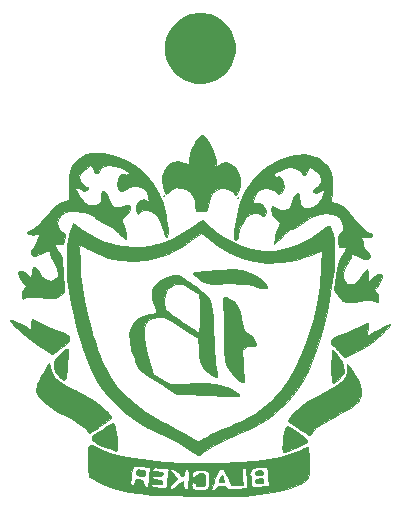
<source format=gbs>
G04 #@! TF.GenerationSoftware,KiCad,Pcbnew,(5.1.4)-1*
G04 #@! TF.CreationDate,2019-08-25T16:12:39-07:00*
G04 #@! TF.ProjectId,mudd_keychain,6d756464-5f6b-4657-9963-6861696e2e6b,A*
G04 #@! TF.SameCoordinates,Original*
G04 #@! TF.FileFunction,Soldermask,Bot*
G04 #@! TF.FilePolarity,Negative*
%FSLAX46Y46*%
G04 Gerber Fmt 4.6, Leading zero omitted, Abs format (unit mm)*
G04 Created by KiCad (PCBNEW (5.1.4)-1) date 2019-08-25 16:12:39*
%MOMM*%
%LPD*%
G04 APERTURE LIST*
%ADD10C,0.010000*%
%ADD11C,0.100000*%
G04 APERTURE END LIST*
D10*
G36*
X143367635Y-104064797D02*
G01*
X143013818Y-104084764D01*
X142590315Y-104114214D01*
X142128603Y-104150384D01*
X141660164Y-104190513D01*
X141216474Y-104231837D01*
X140829014Y-104271594D01*
X140529262Y-104307022D01*
X140348698Y-104335360D01*
X140310975Y-104347469D01*
X140336639Y-104428258D01*
X140467793Y-104572508D01*
X140669149Y-104749578D01*
X140905422Y-104928825D01*
X141141323Y-105079607D01*
X141176170Y-105098773D01*
X141319271Y-105168861D01*
X141464343Y-105217635D01*
X141643188Y-105248106D01*
X141887606Y-105263282D01*
X142229397Y-105266175D01*
X142700363Y-105259793D01*
X142847909Y-105256986D01*
X143616388Y-105256141D01*
X144312234Y-105283412D01*
X144913090Y-105336638D01*
X145396598Y-105413657D01*
X145740400Y-105512305D01*
X145808131Y-105543273D01*
X145998033Y-105609725D01*
X146232148Y-105651995D01*
X146453938Y-105665531D01*
X146606862Y-105645777D01*
X146642667Y-105610494D01*
X146577657Y-105433789D01*
X146404621Y-105200256D01*
X146156551Y-104946812D01*
X145866436Y-104710373D01*
X145792395Y-104659041D01*
X145200005Y-104352587D01*
X144512929Y-104148182D01*
X143781007Y-104059639D01*
X143620287Y-104057075D01*
X143367635Y-104064797D01*
X143367635Y-104064797D01*
G37*
X143367635Y-104064797D02*
X143013818Y-104084764D01*
X142590315Y-104114214D01*
X142128603Y-104150384D01*
X141660164Y-104190513D01*
X141216474Y-104231837D01*
X140829014Y-104271594D01*
X140529262Y-104307022D01*
X140348698Y-104335360D01*
X140310975Y-104347469D01*
X140336639Y-104428258D01*
X140467793Y-104572508D01*
X140669149Y-104749578D01*
X140905422Y-104928825D01*
X141141323Y-105079607D01*
X141176170Y-105098773D01*
X141319271Y-105168861D01*
X141464343Y-105217635D01*
X141643188Y-105248106D01*
X141887606Y-105263282D01*
X142229397Y-105266175D01*
X142700363Y-105259793D01*
X142847909Y-105256986D01*
X143616388Y-105256141D01*
X144312234Y-105283412D01*
X144913090Y-105336638D01*
X145396598Y-105413657D01*
X145740400Y-105512305D01*
X145808131Y-105543273D01*
X145998033Y-105609725D01*
X146232148Y-105651995D01*
X146453938Y-105665531D01*
X146606862Y-105645777D01*
X146642667Y-105610494D01*
X146577657Y-105433789D01*
X146404621Y-105200256D01*
X146156551Y-104946812D01*
X145866436Y-104710373D01*
X145792395Y-104659041D01*
X145200005Y-104352587D01*
X144512929Y-104148182D01*
X143781007Y-104059639D01*
X143620287Y-104057075D01*
X143367635Y-104064797D01*
G36*
X142941334Y-106413112D02*
G01*
X142897333Y-106488906D01*
X142895888Y-106680329D01*
X142901179Y-106764667D01*
X142909268Y-106953966D01*
X142918159Y-107284552D01*
X142927317Y-107728386D01*
X142936209Y-108257427D01*
X142944300Y-108843635D01*
X142949531Y-109304667D01*
X142959676Y-110053045D01*
X142975167Y-110655537D01*
X142999128Y-111135576D01*
X143034685Y-111516594D01*
X143084962Y-111822024D01*
X143153086Y-112075300D01*
X143242182Y-112299853D01*
X143355375Y-112519117D01*
X143385234Y-112571415D01*
X143538932Y-112792712D01*
X143746607Y-113036470D01*
X143971442Y-113265803D01*
X144176621Y-113443823D01*
X144325327Y-113533645D01*
X144349986Y-113538000D01*
X144489925Y-113565924D01*
X144572213Y-113593538D01*
X144661592Y-113608312D01*
X144688182Y-113532599D01*
X144663871Y-113329946D01*
X144661956Y-113318371D01*
X144635981Y-113102157D01*
X144606951Y-112764623D01*
X144578574Y-112353647D01*
X144556469Y-111956667D01*
X144505969Y-110925668D01*
X144732345Y-110699292D01*
X144918334Y-110547874D01*
X145101106Y-110508742D01*
X145251801Y-110527898D01*
X145513368Y-110555533D01*
X145638501Y-110500562D01*
X145647072Y-110345508D01*
X145609882Y-110212962D01*
X145391304Y-109810538D01*
X145051492Y-109494126D01*
X144930677Y-109422746D01*
X144759887Y-109309312D01*
X144633522Y-109152962D01*
X144537395Y-108920998D01*
X144457318Y-108580724D01*
X144390737Y-108178294D01*
X144291724Y-107641169D01*
X144168619Y-107243260D01*
X144005947Y-106954668D01*
X143788234Y-106745493D01*
X143587729Y-106626790D01*
X143330900Y-106510410D01*
X143111943Y-106429574D01*
X143044333Y-106412496D01*
X142941334Y-106413112D01*
X142941334Y-106413112D01*
G37*
X142941334Y-106413112D02*
X142897333Y-106488906D01*
X142895888Y-106680329D01*
X142901179Y-106764667D01*
X142909268Y-106953966D01*
X142918159Y-107284552D01*
X142927317Y-107728386D01*
X142936209Y-108257427D01*
X142944300Y-108843635D01*
X142949531Y-109304667D01*
X142959676Y-110053045D01*
X142975167Y-110655537D01*
X142999128Y-111135576D01*
X143034685Y-111516594D01*
X143084962Y-111822024D01*
X143153086Y-112075300D01*
X143242182Y-112299853D01*
X143355375Y-112519117D01*
X143385234Y-112571415D01*
X143538932Y-112792712D01*
X143746607Y-113036470D01*
X143971442Y-113265803D01*
X144176621Y-113443823D01*
X144325327Y-113533645D01*
X144349986Y-113538000D01*
X144489925Y-113565924D01*
X144572213Y-113593538D01*
X144661592Y-113608312D01*
X144688182Y-113532599D01*
X144663871Y-113329946D01*
X144661956Y-113318371D01*
X144635981Y-113102157D01*
X144606951Y-112764623D01*
X144578574Y-112353647D01*
X144556469Y-111956667D01*
X144505969Y-110925668D01*
X144732345Y-110699292D01*
X144918334Y-110547874D01*
X145101106Y-110508742D01*
X145251801Y-110527898D01*
X145513368Y-110555533D01*
X145638501Y-110500562D01*
X145647072Y-110345508D01*
X145609882Y-110212962D01*
X145391304Y-109810538D01*
X145051492Y-109494126D01*
X144930677Y-109422746D01*
X144759887Y-109309312D01*
X144633522Y-109152962D01*
X144537395Y-108920998D01*
X144457318Y-108580724D01*
X144390737Y-108178294D01*
X144291724Y-107641169D01*
X144168619Y-107243260D01*
X144005947Y-106954668D01*
X143788234Y-106745493D01*
X143587729Y-106626790D01*
X143330900Y-106510410D01*
X143111943Y-106429574D01*
X143044333Y-106412496D01*
X142941334Y-106413112D01*
G36*
X138784808Y-104521275D02*
G01*
X138768667Y-104523766D01*
X138128729Y-104684304D01*
X137605352Y-104935945D01*
X137210760Y-105270097D01*
X136957177Y-105678171D01*
X136904954Y-105833334D01*
X136856994Y-106051240D01*
X136850663Y-106248944D01*
X136891001Y-106484764D01*
X136983045Y-106817024D01*
X136992737Y-106849334D01*
X137112975Y-107257401D01*
X137177162Y-107532096D01*
X137177797Y-107702270D01*
X137107378Y-107796775D01*
X136958403Y-107844463D01*
X136726338Y-107873864D01*
X136150123Y-108014518D01*
X135640313Y-108294543D01*
X135265067Y-108653273D01*
X135054860Y-109039569D01*
X134962287Y-109531754D01*
X134987548Y-110133481D01*
X135130841Y-110848405D01*
X135392367Y-111680179D01*
X135437007Y-111802334D01*
X135575774Y-112140796D01*
X135727430Y-112410310D01*
X135920965Y-112640221D01*
X136185371Y-112859872D01*
X136549636Y-113098609D01*
X136948333Y-113332135D01*
X137360051Y-113574039D01*
X137784453Y-113835246D01*
X138160217Y-114077496D01*
X138344172Y-114203017D01*
X138893344Y-114591107D01*
X139995172Y-114647356D01*
X141068044Y-114699826D01*
X141991886Y-114740144D01*
X142763541Y-114768234D01*
X143379854Y-114784022D01*
X143837669Y-114787434D01*
X144133831Y-114778395D01*
X144265183Y-114756831D01*
X144272000Y-114748400D01*
X144200122Y-114609150D01*
X144009908Y-114435407D01*
X143739492Y-114257422D01*
X143500816Y-114136608D01*
X142916630Y-113928215D01*
X142243670Y-113784507D01*
X141464952Y-113703838D01*
X140563491Y-113684564D01*
X139522300Y-113725038D01*
X139361333Y-113735590D01*
X138387667Y-113802316D01*
X137670193Y-113349982D01*
X136952718Y-112897647D01*
X136680939Y-112034595D01*
X136523852Y-111485766D01*
X136386689Y-110911304D01*
X136276102Y-110348969D01*
X136198746Y-109836521D01*
X136161278Y-109411720D01*
X136168364Y-109126125D01*
X136297435Y-108691995D01*
X136549457Y-108372560D01*
X136918802Y-108172331D01*
X137399842Y-108095817D01*
X137455183Y-108095143D01*
X137648140Y-108102531D01*
X137831676Y-108132246D01*
X138029179Y-108195614D01*
X138264035Y-108303963D01*
X138559631Y-108468619D01*
X138939354Y-108700908D01*
X139426589Y-109012157D01*
X139657667Y-109161849D01*
X140758333Y-109876494D01*
X140826646Y-110838083D01*
X140878817Y-111406196D01*
X140953340Y-111838830D01*
X141065140Y-112169674D01*
X141229141Y-112432420D01*
X141460265Y-112660757D01*
X141718555Y-112851536D01*
X142053792Y-113067425D01*
X142272189Y-113178303D01*
X142385706Y-113189095D01*
X142409218Y-113135834D01*
X142394930Y-113028689D01*
X142356910Y-112797539D01*
X142302254Y-112484881D01*
X142278441Y-112352667D01*
X142236061Y-112045975D01*
X142193167Y-111603327D01*
X142152167Y-111058076D01*
X142115466Y-110443574D01*
X142085472Y-109793175D01*
X142076847Y-109558667D01*
X142046110Y-108748504D01*
X142008033Y-108084563D01*
X142004098Y-108046293D01*
X140966071Y-108046293D01*
X140958723Y-108541188D01*
X140930554Y-108941782D01*
X140882690Y-109226478D01*
X140816258Y-109373683D01*
X140781843Y-109389334D01*
X140689309Y-109343562D01*
X140481006Y-109216273D01*
X140180273Y-109022501D01*
X139810448Y-108777285D01*
X139397281Y-108497308D01*
X138977320Y-108203718D01*
X138602336Y-107929995D01*
X138296650Y-107694820D01*
X138084582Y-107516876D01*
X137991958Y-107417808D01*
X137939928Y-107238173D01*
X137904542Y-106953633D01*
X137893780Y-106652967D01*
X137929535Y-106207339D01*
X138043608Y-105882672D01*
X138256776Y-105640668D01*
X138536067Y-105469026D01*
X138856381Y-105326737D01*
X139121925Y-105264449D01*
X139376763Y-105288149D01*
X139664956Y-105403824D01*
X140030569Y-105617461D01*
X140139204Y-105686860D01*
X140858613Y-106150957D01*
X140913799Y-106859979D01*
X140951472Y-107478692D01*
X140966071Y-108046293D01*
X142004098Y-108046293D01*
X141952416Y-107543754D01*
X141869062Y-107102989D01*
X141747769Y-106739181D01*
X141578341Y-106429241D01*
X141350576Y-106150080D01*
X141054275Y-105878611D01*
X140679241Y-105591746D01*
X140215272Y-105266395D01*
X140165667Y-105232281D01*
X139742777Y-104944380D01*
X139431632Y-104741811D01*
X139206248Y-104611395D01*
X139040639Y-104539952D01*
X138908821Y-104514305D01*
X138784808Y-104521275D01*
X138784808Y-104521275D01*
G37*
X138784808Y-104521275D02*
X138768667Y-104523766D01*
X138128729Y-104684304D01*
X137605352Y-104935945D01*
X137210760Y-105270097D01*
X136957177Y-105678171D01*
X136904954Y-105833334D01*
X136856994Y-106051240D01*
X136850663Y-106248944D01*
X136891001Y-106484764D01*
X136983045Y-106817024D01*
X136992737Y-106849334D01*
X137112975Y-107257401D01*
X137177162Y-107532096D01*
X137177797Y-107702270D01*
X137107378Y-107796775D01*
X136958403Y-107844463D01*
X136726338Y-107873864D01*
X136150123Y-108014518D01*
X135640313Y-108294543D01*
X135265067Y-108653273D01*
X135054860Y-109039569D01*
X134962287Y-109531754D01*
X134987548Y-110133481D01*
X135130841Y-110848405D01*
X135392367Y-111680179D01*
X135437007Y-111802334D01*
X135575774Y-112140796D01*
X135727430Y-112410310D01*
X135920965Y-112640221D01*
X136185371Y-112859872D01*
X136549636Y-113098609D01*
X136948333Y-113332135D01*
X137360051Y-113574039D01*
X137784453Y-113835246D01*
X138160217Y-114077496D01*
X138344172Y-114203017D01*
X138893344Y-114591107D01*
X139995172Y-114647356D01*
X141068044Y-114699826D01*
X141991886Y-114740144D01*
X142763541Y-114768234D01*
X143379854Y-114784022D01*
X143837669Y-114787434D01*
X144133831Y-114778395D01*
X144265183Y-114756831D01*
X144272000Y-114748400D01*
X144200122Y-114609150D01*
X144009908Y-114435407D01*
X143739492Y-114257422D01*
X143500816Y-114136608D01*
X142916630Y-113928215D01*
X142243670Y-113784507D01*
X141464952Y-113703838D01*
X140563491Y-113684564D01*
X139522300Y-113725038D01*
X139361333Y-113735590D01*
X138387667Y-113802316D01*
X137670193Y-113349982D01*
X136952718Y-112897647D01*
X136680939Y-112034595D01*
X136523852Y-111485766D01*
X136386689Y-110911304D01*
X136276102Y-110348969D01*
X136198746Y-109836521D01*
X136161278Y-109411720D01*
X136168364Y-109126125D01*
X136297435Y-108691995D01*
X136549457Y-108372560D01*
X136918802Y-108172331D01*
X137399842Y-108095817D01*
X137455183Y-108095143D01*
X137648140Y-108102531D01*
X137831676Y-108132246D01*
X138029179Y-108195614D01*
X138264035Y-108303963D01*
X138559631Y-108468619D01*
X138939354Y-108700908D01*
X139426589Y-109012157D01*
X139657667Y-109161849D01*
X140758333Y-109876494D01*
X140826646Y-110838083D01*
X140878817Y-111406196D01*
X140953340Y-111838830D01*
X141065140Y-112169674D01*
X141229141Y-112432420D01*
X141460265Y-112660757D01*
X141718555Y-112851536D01*
X142053792Y-113067425D01*
X142272189Y-113178303D01*
X142385706Y-113189095D01*
X142409218Y-113135834D01*
X142394930Y-113028689D01*
X142356910Y-112797539D01*
X142302254Y-112484881D01*
X142278441Y-112352667D01*
X142236061Y-112045975D01*
X142193167Y-111603327D01*
X142152167Y-111058076D01*
X142115466Y-110443574D01*
X142085472Y-109793175D01*
X142076847Y-109558667D01*
X142046110Y-108748504D01*
X142008033Y-108084563D01*
X142004098Y-108046293D01*
X140966071Y-108046293D01*
X140958723Y-108541188D01*
X140930554Y-108941782D01*
X140882690Y-109226478D01*
X140816258Y-109373683D01*
X140781843Y-109389334D01*
X140689309Y-109343562D01*
X140481006Y-109216273D01*
X140180273Y-109022501D01*
X139810448Y-108777285D01*
X139397281Y-108497308D01*
X138977320Y-108203718D01*
X138602336Y-107929995D01*
X138296650Y-107694820D01*
X138084582Y-107516876D01*
X137991958Y-107417808D01*
X137939928Y-107238173D01*
X137904542Y-106953633D01*
X137893780Y-106652967D01*
X137929535Y-106207339D01*
X138043608Y-105882672D01*
X138256776Y-105640668D01*
X138536067Y-105469026D01*
X138856381Y-105326737D01*
X139121925Y-105264449D01*
X139376763Y-105288149D01*
X139664956Y-105403824D01*
X140030569Y-105617461D01*
X140139204Y-105686860D01*
X140858613Y-106150957D01*
X140913799Y-106859979D01*
X140951472Y-107478692D01*
X140966071Y-108046293D01*
X142004098Y-108046293D01*
X141952416Y-107543754D01*
X141869062Y-107102989D01*
X141747769Y-106739181D01*
X141578341Y-106429241D01*
X141350576Y-106150080D01*
X141054275Y-105878611D01*
X140679241Y-105591746D01*
X140215272Y-105266395D01*
X140165667Y-105232281D01*
X139742777Y-104944380D01*
X139431632Y-104741811D01*
X139206248Y-104611395D01*
X139040639Y-104539952D01*
X138908821Y-104514305D01*
X138784808Y-104521275D01*
G36*
X135568723Y-121039378D02*
G01*
X135509456Y-121156564D01*
X135493033Y-121343080D01*
X135600620Y-121464758D01*
X135852609Y-121541851D01*
X135906847Y-121551265D01*
X136108603Y-121570846D01*
X136203895Y-121518709D01*
X136251039Y-121362140D01*
X136251896Y-121357691D01*
X136279953Y-121182597D01*
X136250469Y-121091322D01*
X136125282Y-121045953D01*
X135905859Y-121013923D01*
X135682749Y-120997083D01*
X135568723Y-121039378D01*
X135568723Y-121039378D01*
G37*
X135568723Y-121039378D02*
X135509456Y-121156564D01*
X135493033Y-121343080D01*
X135600620Y-121464758D01*
X135852609Y-121541851D01*
X135906847Y-121551265D01*
X136108603Y-121570846D01*
X136203895Y-121518709D01*
X136251039Y-121362140D01*
X136251896Y-121357691D01*
X136279953Y-121182597D01*
X136250469Y-121091322D01*
X136125282Y-121045953D01*
X135905859Y-121013923D01*
X135682749Y-120997083D01*
X135568723Y-121039378D01*
G36*
X145716899Y-121115469D02*
G01*
X145575015Y-121222450D01*
X145569339Y-121361122D01*
X145693782Y-121464058D01*
X145935552Y-121479885D01*
X146146741Y-121440055D01*
X146255527Y-121356019D01*
X146246533Y-121232241D01*
X146144108Y-121121025D01*
X145976625Y-121074630D01*
X145716899Y-121115469D01*
X145716899Y-121115469D01*
G37*
X145716899Y-121115469D02*
X145575015Y-121222450D01*
X145569339Y-121361122D01*
X145693782Y-121464058D01*
X145935552Y-121479885D01*
X146146741Y-121440055D01*
X146255527Y-121356019D01*
X146246533Y-121232241D01*
X146144108Y-121121025D01*
X145976625Y-121074630D01*
X145716899Y-121115469D01*
G36*
X145781042Y-121791657D02*
G01*
X145615402Y-121894066D01*
X145561257Y-122027055D01*
X145582041Y-122085625D01*
X145696901Y-122143816D01*
X145898965Y-122171557D01*
X146108208Y-122165008D01*
X146244606Y-122120331D01*
X146247556Y-122117556D01*
X146296045Y-121993052D01*
X146304000Y-121905889D01*
X146262750Y-121795868D01*
X146112066Y-121753554D01*
X146018034Y-121750667D01*
X145781042Y-121791657D01*
X145781042Y-121791657D01*
G37*
X145781042Y-121791657D02*
X145615402Y-121894066D01*
X145561257Y-122027055D01*
X145582041Y-122085625D01*
X145696901Y-122143816D01*
X145898965Y-122171557D01*
X146108208Y-122165008D01*
X146244606Y-122120331D01*
X146247556Y-122117556D01*
X146296045Y-121993052D01*
X146304000Y-121905889D01*
X146262750Y-121795868D01*
X146112066Y-121753554D01*
X146018034Y-121750667D01*
X145781042Y-121791657D01*
G36*
X142689220Y-121546547D02*
G01*
X142592257Y-121712317D01*
X142508766Y-121934898D01*
X142530970Y-122048544D01*
X142673716Y-122087221D01*
X142757059Y-122089334D01*
X142934366Y-122073223D01*
X142978849Y-122007859D01*
X142959119Y-121941167D01*
X142881395Y-121727877D01*
X142855520Y-121644834D01*
X142782618Y-121511793D01*
X142689220Y-121546547D01*
X142689220Y-121546547D01*
G37*
X142689220Y-121546547D02*
X142592257Y-121712317D01*
X142508766Y-121934898D01*
X142530970Y-122048544D01*
X142673716Y-122087221D01*
X142757059Y-122089334D01*
X142934366Y-122073223D01*
X142978849Y-122007859D01*
X142959119Y-121941167D01*
X142881395Y-121727877D01*
X142855520Y-121644834D01*
X142782618Y-121511793D01*
X142689220Y-121546547D01*
G36*
X137837333Y-97832334D02*
G01*
X137879667Y-97874667D01*
X137922000Y-97832334D01*
X137879667Y-97790000D01*
X137837333Y-97832334D01*
X137837333Y-97832334D01*
G37*
X137837333Y-97832334D02*
X137879667Y-97874667D01*
X137922000Y-97832334D01*
X137879667Y-97790000D01*
X137837333Y-97832334D01*
G36*
X144102667Y-98001667D02*
G01*
X144145000Y-98044000D01*
X144187333Y-98001667D01*
X144145000Y-97959334D01*
X144102667Y-98001667D01*
X144102667Y-98001667D01*
G37*
X144102667Y-98001667D02*
X144145000Y-98044000D01*
X144187333Y-98001667D01*
X144145000Y-97959334D01*
X144102667Y-98001667D01*
G36*
X140966766Y-92760013D02*
G01*
X140878142Y-92843724D01*
X140636910Y-93136878D01*
X140402882Y-93527043D01*
X140201360Y-93959272D01*
X140057650Y-94378615D01*
X139997057Y-94730124D01*
X139996543Y-94758090D01*
X139986484Y-94994202D01*
X139961102Y-95141074D01*
X139943173Y-95165071D01*
X139837531Y-95135370D01*
X139642112Y-95061380D01*
X139586059Y-95038333D01*
X139114316Y-94913081D01*
X138689750Y-94944091D01*
X138326712Y-95126627D01*
X138039557Y-95455953D01*
X137976885Y-95569447D01*
X137805113Y-95950377D01*
X137722703Y-96260321D01*
X137721157Y-96566485D01*
X137791975Y-96936075D01*
X137799990Y-96968319D01*
X137897929Y-97338657D01*
X137978850Y-97559088D01*
X138062817Y-97644925D01*
X138169894Y-97611484D01*
X138320146Y-97474080D01*
X138380151Y-97411155D01*
X138565853Y-97225633D01*
X138714016Y-97135925D01*
X138896059Y-97116178D01*
X139140142Y-97136055D01*
X139452013Y-97187254D01*
X139733252Y-97264647D01*
X139839551Y-97308933D01*
X140103633Y-97530868D01*
X140321171Y-97879642D01*
X140471341Y-98314723D01*
X140524624Y-98642207D01*
X140570185Y-99144667D01*
X141026750Y-99144667D01*
X141331004Y-99124936D01*
X141494994Y-99068492D01*
X141516394Y-99038834D01*
X141550712Y-98891266D01*
X141594416Y-98657757D01*
X141605094Y-98594334D01*
X141753195Y-98042178D01*
X141991208Y-97623277D01*
X142313585Y-97343656D01*
X142714778Y-97209344D01*
X142890655Y-97197650D01*
X143327977Y-97243649D01*
X143628342Y-97384008D01*
X143779630Y-97578826D01*
X143883711Y-97736236D01*
X143988364Y-97738776D01*
X144101128Y-97581884D01*
X144209350Y-97318744D01*
X144322282Y-96804001D01*
X144308191Y-96291022D01*
X144176287Y-95816958D01*
X143935784Y-95418959D01*
X143680614Y-95186500D01*
X143408149Y-95042462D01*
X143143955Y-95009589D01*
X142837837Y-95088721D01*
X142584280Y-95204822D01*
X142172190Y-95413644D01*
X142263083Y-95172842D01*
X142299967Y-95020737D01*
X142290312Y-94841268D01*
X142227060Y-94590294D01*
X142118023Y-94265520D01*
X141875564Y-93655070D01*
X141626683Y-93168850D01*
X141381604Y-92825948D01*
X141306452Y-92750329D01*
X141192083Y-92660715D01*
X141097860Y-92659799D01*
X140966766Y-92760013D01*
X140966766Y-92760013D01*
G37*
X140966766Y-92760013D02*
X140878142Y-92843724D01*
X140636910Y-93136878D01*
X140402882Y-93527043D01*
X140201360Y-93959272D01*
X140057650Y-94378615D01*
X139997057Y-94730124D01*
X139996543Y-94758090D01*
X139986484Y-94994202D01*
X139961102Y-95141074D01*
X139943173Y-95165071D01*
X139837531Y-95135370D01*
X139642112Y-95061380D01*
X139586059Y-95038333D01*
X139114316Y-94913081D01*
X138689750Y-94944091D01*
X138326712Y-95126627D01*
X138039557Y-95455953D01*
X137976885Y-95569447D01*
X137805113Y-95950377D01*
X137722703Y-96260321D01*
X137721157Y-96566485D01*
X137791975Y-96936075D01*
X137799990Y-96968319D01*
X137897929Y-97338657D01*
X137978850Y-97559088D01*
X138062817Y-97644925D01*
X138169894Y-97611484D01*
X138320146Y-97474080D01*
X138380151Y-97411155D01*
X138565853Y-97225633D01*
X138714016Y-97135925D01*
X138896059Y-97116178D01*
X139140142Y-97136055D01*
X139452013Y-97187254D01*
X139733252Y-97264647D01*
X139839551Y-97308933D01*
X140103633Y-97530868D01*
X140321171Y-97879642D01*
X140471341Y-98314723D01*
X140524624Y-98642207D01*
X140570185Y-99144667D01*
X141026750Y-99144667D01*
X141331004Y-99124936D01*
X141494994Y-99068492D01*
X141516394Y-99038834D01*
X141550712Y-98891266D01*
X141594416Y-98657757D01*
X141605094Y-98594334D01*
X141753195Y-98042178D01*
X141991208Y-97623277D01*
X142313585Y-97343656D01*
X142714778Y-97209344D01*
X142890655Y-97197650D01*
X143327977Y-97243649D01*
X143628342Y-97384008D01*
X143779630Y-97578826D01*
X143883711Y-97736236D01*
X143988364Y-97738776D01*
X144101128Y-97581884D01*
X144209350Y-97318744D01*
X144322282Y-96804001D01*
X144308191Y-96291022D01*
X144176287Y-95816958D01*
X143935784Y-95418959D01*
X143680614Y-95186500D01*
X143408149Y-95042462D01*
X143143955Y-95009589D01*
X142837837Y-95088721D01*
X142584280Y-95204822D01*
X142172190Y-95413644D01*
X142263083Y-95172842D01*
X142299967Y-95020737D01*
X142290312Y-94841268D01*
X142227060Y-94590294D01*
X142118023Y-94265520D01*
X141875564Y-93655070D01*
X141626683Y-93168850D01*
X141381604Y-92825948D01*
X141306452Y-92750329D01*
X141192083Y-92660715D01*
X141097860Y-92659799D01*
X140966766Y-92760013D01*
G36*
X131821202Y-94184268D02*
G01*
X131272116Y-94327563D01*
X130774470Y-94615573D01*
X130601523Y-94756881D01*
X130323165Y-95019025D01*
X130121036Y-95264475D01*
X129983431Y-95527768D01*
X129898643Y-95843443D01*
X129854968Y-96246038D01*
X129840699Y-96770092D01*
X129840531Y-97002258D01*
X129844729Y-98204183D01*
X129525249Y-98258159D01*
X129082636Y-98414842D01*
X128643275Y-98728804D01*
X128222766Y-99188444D01*
X128158199Y-99274837D01*
X127845038Y-99662694D01*
X127483247Y-100043885D01*
X127112457Y-100381251D01*
X126772298Y-100637631D01*
X126597833Y-100737876D01*
X126416340Y-100842367D01*
X126325186Y-100929638D01*
X126322667Y-100940444D01*
X126396310Y-101037900D01*
X126575204Y-101102482D01*
X126796298Y-101119972D01*
X126971454Y-101086758D01*
X127155948Y-101045460D01*
X127263294Y-101067687D01*
X127285737Y-101195862D01*
X127237731Y-101420544D01*
X127137586Y-101694031D01*
X127003614Y-101968626D01*
X126854125Y-102196629D01*
X126810493Y-102247215D01*
X126629242Y-102506325D01*
X126610343Y-102722747D01*
X126753948Y-102894342D01*
X126764406Y-102901084D01*
X126887902Y-102936511D01*
X127067330Y-102899157D01*
X127343569Y-102779787D01*
X127380115Y-102761992D01*
X127712779Y-102619732D01*
X127982493Y-102543986D01*
X128163215Y-102538299D01*
X128228906Y-102606217D01*
X128220069Y-102647603D01*
X128237985Y-102778399D01*
X128331159Y-102993104D01*
X128431666Y-103167879D01*
X128677167Y-103612313D01*
X128836247Y-104024045D01*
X128898847Y-104370612D01*
X128870665Y-104584629D01*
X128731645Y-104802934D01*
X128524661Y-104982367D01*
X128313966Y-105069519D01*
X128285124Y-105071334D01*
X128019839Y-105003660D01*
X127737063Y-104828752D01*
X127499006Y-104588780D01*
X127437498Y-104496767D01*
X127211249Y-104143108D01*
X127022417Y-103919874D01*
X126880959Y-103837452D01*
X126825037Y-103857763D01*
X126766944Y-103985746D01*
X126712951Y-104217539D01*
X126691769Y-104361202D01*
X126642038Y-104781104D01*
X126363819Y-104502886D01*
X126124661Y-104325032D01*
X125866840Y-104225704D01*
X125643151Y-104219570D01*
X125539650Y-104273906D01*
X125531895Y-104388244D01*
X125601503Y-104591199D01*
X125725426Y-104835036D01*
X125880617Y-105072019D01*
X125985978Y-105198334D01*
X126226577Y-105452334D01*
X126020622Y-105689888D01*
X125848062Y-105991346D01*
X125842548Y-106311232D01*
X125884118Y-106440870D01*
X125942799Y-106534304D01*
X126035200Y-106508949D01*
X126111000Y-106454758D01*
X126184656Y-106408926D01*
X126280171Y-106378063D01*
X126420639Y-106362441D01*
X126629153Y-106362335D01*
X126928806Y-106378018D01*
X127342690Y-106409763D01*
X127893899Y-106457845D01*
X128123746Y-106478603D01*
X128444441Y-106500593D01*
X128661000Y-106487148D01*
X128836974Y-106426395D01*
X129032340Y-106308825D01*
X129244269Y-106136174D01*
X129388012Y-105959304D01*
X129415012Y-105896673D01*
X129426957Y-105728955D01*
X129418165Y-105444195D01*
X129390770Y-105093135D01*
X129374946Y-104944334D01*
X129333242Y-104514137D01*
X129302122Y-104065252D01*
X129287230Y-103682344D01*
X129286695Y-103620482D01*
X129277635Y-103309294D01*
X129236579Y-103079199D01*
X129141324Y-102860890D01*
X128969666Y-102585057D01*
X128941371Y-102542544D01*
X128781217Y-102279370D01*
X128678389Y-102063822D01*
X128652634Y-101938159D01*
X128655672Y-101931108D01*
X128782558Y-101875131D01*
X129029680Y-101886154D01*
X129035797Y-101887120D01*
X129356993Y-101938481D01*
X129442239Y-101538791D01*
X129486007Y-101302570D01*
X129473946Y-101149418D01*
X129382869Y-101013043D01*
X129195076Y-100832223D01*
X128988081Y-100616988D01*
X128888592Y-100431115D01*
X128862669Y-100210866D01*
X128862667Y-100207903D01*
X128935030Y-99797803D01*
X129140842Y-99472890D01*
X129463190Y-99240474D01*
X129885158Y-99107867D01*
X130389831Y-99082381D01*
X130960296Y-99171328D01*
X131143521Y-99221961D01*
X131639972Y-99414769D01*
X132018650Y-99649872D01*
X132062530Y-99687371D01*
X132454809Y-99982066D01*
X132894663Y-100222453D01*
X133279597Y-100360200D01*
X133446725Y-100446691D01*
X133678223Y-100624590D01*
X133927385Y-100857494D01*
X133956930Y-100888120D01*
X134195990Y-101128601D01*
X134409938Y-101325712D01*
X134556982Y-101441215D01*
X134569313Y-101448409D01*
X134658323Y-101485337D01*
X134699250Y-101449798D01*
X134700661Y-101309358D01*
X134673670Y-101053237D01*
X134609672Y-100713094D01*
X134509698Y-100383275D01*
X134449191Y-100242440D01*
X134330689Y-99996684D01*
X134298565Y-99847120D01*
X134360688Y-99739905D01*
X134524929Y-99621198D01*
X134541577Y-99610334D01*
X134766169Y-99413975D01*
X134933930Y-99174723D01*
X135029969Y-98932217D01*
X135039395Y-98726101D01*
X134947316Y-98596016D01*
X134926217Y-98586410D01*
X134778046Y-98588382D01*
X134555537Y-98649164D01*
X134492544Y-98673734D01*
X134117657Y-98781898D01*
X133771855Y-98794628D01*
X133507187Y-98710675D01*
X133488410Y-98697813D01*
X133379980Y-98551838D01*
X133282797Y-98313159D01*
X133255641Y-98210979D01*
X133167982Y-97961612D01*
X133032403Y-97719492D01*
X132878975Y-97524684D01*
X132737770Y-97417252D01*
X132659711Y-97417007D01*
X132617524Y-97520825D01*
X132591747Y-97734115D01*
X132588000Y-97864905D01*
X132533594Y-98237951D01*
X132366418Y-98485691D01*
X132080538Y-98614195D01*
X131833607Y-98636667D01*
X131432725Y-98578024D01*
X131110692Y-98390972D01*
X130843210Y-98058829D01*
X130752426Y-97894289D01*
X130619205Y-97645424D01*
X130508422Y-97463905D01*
X130454868Y-97398824D01*
X130389273Y-97293680D01*
X130472417Y-97187717D01*
X130526829Y-97161665D01*
X130697443Y-97178983D01*
X130864658Y-97293579D01*
X131027817Y-97416251D01*
X131174378Y-97421395D01*
X131274829Y-97382454D01*
X131426628Y-97280923D01*
X131490257Y-97177531D01*
X131443887Y-97116276D01*
X131408695Y-97112667D01*
X131305859Y-97058895D01*
X131132448Y-96922080D01*
X131027695Y-96827503D01*
X130792846Y-96546208D01*
X130713827Y-96277552D01*
X130792016Y-96000746D01*
X131028786Y-95695005D01*
X131107820Y-95616487D01*
X131410094Y-95364006D01*
X131636554Y-95260390D01*
X131790890Y-95304997D01*
X131873792Y-95482833D01*
X131923152Y-95693476D01*
X131957415Y-95821500D01*
X132055221Y-95915806D01*
X132208449Y-95912818D01*
X132342309Y-95823498D01*
X132375633Y-95760209D01*
X132540939Y-95503816D01*
X132829639Y-95327689D01*
X133206975Y-95251577D01*
X133273617Y-95250000D01*
X133680873Y-95299970D01*
X134141681Y-95433359D01*
X134579338Y-95625383D01*
X134754822Y-95728578D01*
X134894774Y-95838322D01*
X134902171Y-95924499D01*
X134846623Y-95990997D01*
X134706543Y-96068279D01*
X134550777Y-96020265D01*
X134391649Y-95946098D01*
X134288521Y-95959277D01*
X134185502Y-96082966D01*
X134111072Y-96202500D01*
X133981632Y-96518276D01*
X133943903Y-96852603D01*
X133997822Y-97148611D01*
X134112344Y-97324645D01*
X134193544Y-97397408D01*
X134264081Y-97431895D01*
X134359043Y-97419090D01*
X134513520Y-97349974D01*
X134762600Y-97215530D01*
X134958667Y-97107141D01*
X135295441Y-96970021D01*
X135613759Y-96964493D01*
X135928467Y-97063262D01*
X136222308Y-97249204D01*
X136422840Y-97536337D01*
X136549852Y-97953692D01*
X136555482Y-97983052D01*
X136595884Y-98217282D01*
X136592712Y-98315264D01*
X136534461Y-98307016D01*
X136452283Y-98252382D01*
X136204485Y-98141185D01*
X135968474Y-98181093D01*
X135714154Y-98376154D01*
X135512062Y-98674860D01*
X135474711Y-98994223D01*
X135558572Y-99242858D01*
X135650477Y-99414584D01*
X135833738Y-99243568D01*
X136149798Y-99044910D01*
X136485644Y-99007130D01*
X136824901Y-99125679D01*
X137151194Y-99396009D01*
X137359367Y-99667354D01*
X137501103Y-99902516D01*
X137621959Y-100152467D01*
X137737526Y-100457197D01*
X137863393Y-100856701D01*
X137975223Y-101247208D01*
X138063687Y-101327929D01*
X138112545Y-101323108D01*
X138168204Y-101220205D01*
X138193050Y-100982278D01*
X138188177Y-100640604D01*
X138154680Y-100226458D01*
X138093653Y-99771117D01*
X138049353Y-99517618D01*
X137773921Y-98464417D01*
X137370841Y-97505042D01*
X136849331Y-96648292D01*
X136218609Y-95902967D01*
X135487895Y-95277865D01*
X134666406Y-94781786D01*
X133763361Y-94423529D01*
X132787978Y-94211894D01*
X132453116Y-94175837D01*
X131821202Y-94184268D01*
X131821202Y-94184268D01*
G37*
X131821202Y-94184268D02*
X131272116Y-94327563D01*
X130774470Y-94615573D01*
X130601523Y-94756881D01*
X130323165Y-95019025D01*
X130121036Y-95264475D01*
X129983431Y-95527768D01*
X129898643Y-95843443D01*
X129854968Y-96246038D01*
X129840699Y-96770092D01*
X129840531Y-97002258D01*
X129844729Y-98204183D01*
X129525249Y-98258159D01*
X129082636Y-98414842D01*
X128643275Y-98728804D01*
X128222766Y-99188444D01*
X128158199Y-99274837D01*
X127845038Y-99662694D01*
X127483247Y-100043885D01*
X127112457Y-100381251D01*
X126772298Y-100637631D01*
X126597833Y-100737876D01*
X126416340Y-100842367D01*
X126325186Y-100929638D01*
X126322667Y-100940444D01*
X126396310Y-101037900D01*
X126575204Y-101102482D01*
X126796298Y-101119972D01*
X126971454Y-101086758D01*
X127155948Y-101045460D01*
X127263294Y-101067687D01*
X127285737Y-101195862D01*
X127237731Y-101420544D01*
X127137586Y-101694031D01*
X127003614Y-101968626D01*
X126854125Y-102196629D01*
X126810493Y-102247215D01*
X126629242Y-102506325D01*
X126610343Y-102722747D01*
X126753948Y-102894342D01*
X126764406Y-102901084D01*
X126887902Y-102936511D01*
X127067330Y-102899157D01*
X127343569Y-102779787D01*
X127380115Y-102761992D01*
X127712779Y-102619732D01*
X127982493Y-102543986D01*
X128163215Y-102538299D01*
X128228906Y-102606217D01*
X128220069Y-102647603D01*
X128237985Y-102778399D01*
X128331159Y-102993104D01*
X128431666Y-103167879D01*
X128677167Y-103612313D01*
X128836247Y-104024045D01*
X128898847Y-104370612D01*
X128870665Y-104584629D01*
X128731645Y-104802934D01*
X128524661Y-104982367D01*
X128313966Y-105069519D01*
X128285124Y-105071334D01*
X128019839Y-105003660D01*
X127737063Y-104828752D01*
X127499006Y-104588780D01*
X127437498Y-104496767D01*
X127211249Y-104143108D01*
X127022417Y-103919874D01*
X126880959Y-103837452D01*
X126825037Y-103857763D01*
X126766944Y-103985746D01*
X126712951Y-104217539D01*
X126691769Y-104361202D01*
X126642038Y-104781104D01*
X126363819Y-104502886D01*
X126124661Y-104325032D01*
X125866840Y-104225704D01*
X125643151Y-104219570D01*
X125539650Y-104273906D01*
X125531895Y-104388244D01*
X125601503Y-104591199D01*
X125725426Y-104835036D01*
X125880617Y-105072019D01*
X125985978Y-105198334D01*
X126226577Y-105452334D01*
X126020622Y-105689888D01*
X125848062Y-105991346D01*
X125842548Y-106311232D01*
X125884118Y-106440870D01*
X125942799Y-106534304D01*
X126035200Y-106508949D01*
X126111000Y-106454758D01*
X126184656Y-106408926D01*
X126280171Y-106378063D01*
X126420639Y-106362441D01*
X126629153Y-106362335D01*
X126928806Y-106378018D01*
X127342690Y-106409763D01*
X127893899Y-106457845D01*
X128123746Y-106478603D01*
X128444441Y-106500593D01*
X128661000Y-106487148D01*
X128836974Y-106426395D01*
X129032340Y-106308825D01*
X129244269Y-106136174D01*
X129388012Y-105959304D01*
X129415012Y-105896673D01*
X129426957Y-105728955D01*
X129418165Y-105444195D01*
X129390770Y-105093135D01*
X129374946Y-104944334D01*
X129333242Y-104514137D01*
X129302122Y-104065252D01*
X129287230Y-103682344D01*
X129286695Y-103620482D01*
X129277635Y-103309294D01*
X129236579Y-103079199D01*
X129141324Y-102860890D01*
X128969666Y-102585057D01*
X128941371Y-102542544D01*
X128781217Y-102279370D01*
X128678389Y-102063822D01*
X128652634Y-101938159D01*
X128655672Y-101931108D01*
X128782558Y-101875131D01*
X129029680Y-101886154D01*
X129035797Y-101887120D01*
X129356993Y-101938481D01*
X129442239Y-101538791D01*
X129486007Y-101302570D01*
X129473946Y-101149418D01*
X129382869Y-101013043D01*
X129195076Y-100832223D01*
X128988081Y-100616988D01*
X128888592Y-100431115D01*
X128862669Y-100210866D01*
X128862667Y-100207903D01*
X128935030Y-99797803D01*
X129140842Y-99472890D01*
X129463190Y-99240474D01*
X129885158Y-99107867D01*
X130389831Y-99082381D01*
X130960296Y-99171328D01*
X131143521Y-99221961D01*
X131639972Y-99414769D01*
X132018650Y-99649872D01*
X132062530Y-99687371D01*
X132454809Y-99982066D01*
X132894663Y-100222453D01*
X133279597Y-100360200D01*
X133446725Y-100446691D01*
X133678223Y-100624590D01*
X133927385Y-100857494D01*
X133956930Y-100888120D01*
X134195990Y-101128601D01*
X134409938Y-101325712D01*
X134556982Y-101441215D01*
X134569313Y-101448409D01*
X134658323Y-101485337D01*
X134699250Y-101449798D01*
X134700661Y-101309358D01*
X134673670Y-101053237D01*
X134609672Y-100713094D01*
X134509698Y-100383275D01*
X134449191Y-100242440D01*
X134330689Y-99996684D01*
X134298565Y-99847120D01*
X134360688Y-99739905D01*
X134524929Y-99621198D01*
X134541577Y-99610334D01*
X134766169Y-99413975D01*
X134933930Y-99174723D01*
X135029969Y-98932217D01*
X135039395Y-98726101D01*
X134947316Y-98596016D01*
X134926217Y-98586410D01*
X134778046Y-98588382D01*
X134555537Y-98649164D01*
X134492544Y-98673734D01*
X134117657Y-98781898D01*
X133771855Y-98794628D01*
X133507187Y-98710675D01*
X133488410Y-98697813D01*
X133379980Y-98551838D01*
X133282797Y-98313159D01*
X133255641Y-98210979D01*
X133167982Y-97961612D01*
X133032403Y-97719492D01*
X132878975Y-97524684D01*
X132737770Y-97417252D01*
X132659711Y-97417007D01*
X132617524Y-97520825D01*
X132591747Y-97734115D01*
X132588000Y-97864905D01*
X132533594Y-98237951D01*
X132366418Y-98485691D01*
X132080538Y-98614195D01*
X131833607Y-98636667D01*
X131432725Y-98578024D01*
X131110692Y-98390972D01*
X130843210Y-98058829D01*
X130752426Y-97894289D01*
X130619205Y-97645424D01*
X130508422Y-97463905D01*
X130454868Y-97398824D01*
X130389273Y-97293680D01*
X130472417Y-97187717D01*
X130526829Y-97161665D01*
X130697443Y-97178983D01*
X130864658Y-97293579D01*
X131027817Y-97416251D01*
X131174378Y-97421395D01*
X131274829Y-97382454D01*
X131426628Y-97280923D01*
X131490257Y-97177531D01*
X131443887Y-97116276D01*
X131408695Y-97112667D01*
X131305859Y-97058895D01*
X131132448Y-96922080D01*
X131027695Y-96827503D01*
X130792846Y-96546208D01*
X130713827Y-96277552D01*
X130792016Y-96000746D01*
X131028786Y-95695005D01*
X131107820Y-95616487D01*
X131410094Y-95364006D01*
X131636554Y-95260390D01*
X131790890Y-95304997D01*
X131873792Y-95482833D01*
X131923152Y-95693476D01*
X131957415Y-95821500D01*
X132055221Y-95915806D01*
X132208449Y-95912818D01*
X132342309Y-95823498D01*
X132375633Y-95760209D01*
X132540939Y-95503816D01*
X132829639Y-95327689D01*
X133206975Y-95251577D01*
X133273617Y-95250000D01*
X133680873Y-95299970D01*
X134141681Y-95433359D01*
X134579338Y-95625383D01*
X134754822Y-95728578D01*
X134894774Y-95838322D01*
X134902171Y-95924499D01*
X134846623Y-95990997D01*
X134706543Y-96068279D01*
X134550777Y-96020265D01*
X134391649Y-95946098D01*
X134288521Y-95959277D01*
X134185502Y-96082966D01*
X134111072Y-96202500D01*
X133981632Y-96518276D01*
X133943903Y-96852603D01*
X133997822Y-97148611D01*
X134112344Y-97324645D01*
X134193544Y-97397408D01*
X134264081Y-97431895D01*
X134359043Y-97419090D01*
X134513520Y-97349974D01*
X134762600Y-97215530D01*
X134958667Y-97107141D01*
X135295441Y-96970021D01*
X135613759Y-96964493D01*
X135928467Y-97063262D01*
X136222308Y-97249204D01*
X136422840Y-97536337D01*
X136549852Y-97953692D01*
X136555482Y-97983052D01*
X136595884Y-98217282D01*
X136592712Y-98315264D01*
X136534461Y-98307016D01*
X136452283Y-98252382D01*
X136204485Y-98141185D01*
X135968474Y-98181093D01*
X135714154Y-98376154D01*
X135512062Y-98674860D01*
X135474711Y-98994223D01*
X135558572Y-99242858D01*
X135650477Y-99414584D01*
X135833738Y-99243568D01*
X136149798Y-99044910D01*
X136485644Y-99007130D01*
X136824901Y-99125679D01*
X137151194Y-99396009D01*
X137359367Y-99667354D01*
X137501103Y-99902516D01*
X137621959Y-100152467D01*
X137737526Y-100457197D01*
X137863393Y-100856701D01*
X137975223Y-101247208D01*
X138063687Y-101327929D01*
X138112545Y-101323108D01*
X138168204Y-101220205D01*
X138193050Y-100982278D01*
X138188177Y-100640604D01*
X138154680Y-100226458D01*
X138093653Y-99771117D01*
X138049353Y-99517618D01*
X137773921Y-98464417D01*
X137370841Y-97505042D01*
X136849331Y-96648292D01*
X136218609Y-95902967D01*
X135487895Y-95277865D01*
X134666406Y-94781786D01*
X133763361Y-94423529D01*
X132787978Y-94211894D01*
X132453116Y-94175837D01*
X131821202Y-94184268D01*
G36*
X149088026Y-94376259D02*
G01*
X148540044Y-94487937D01*
X147583787Y-94810788D01*
X146727421Y-95268955D01*
X145973550Y-95859160D01*
X145324777Y-96578122D01*
X144783706Y-97422560D01*
X144352942Y-98389195D01*
X144035089Y-99474746D01*
X143871956Y-100367874D01*
X143814392Y-100805215D01*
X143786138Y-101106190D01*
X143786427Y-101301076D01*
X143814494Y-101420149D01*
X143844133Y-101467538D01*
X143960466Y-101559805D01*
X144046975Y-101506531D01*
X144112785Y-101298022D01*
X144137331Y-101155961D01*
X144263621Y-100681613D01*
X144486915Y-100182860D01*
X144769942Y-99738469D01*
X144859998Y-99628586D01*
X145177913Y-99356321D01*
X145509077Y-99252103D01*
X145859074Y-99314819D01*
X146023343Y-99396698D01*
X146223845Y-99507608D01*
X146335630Y-99532936D01*
X146413341Y-99477224D01*
X146448039Y-99432016D01*
X146544717Y-99227598D01*
X146521646Y-99006108D01*
X146390977Y-98744772D01*
X146181682Y-98516299D01*
X145927603Y-98403221D01*
X145676970Y-98423556D01*
X145615037Y-98454948D01*
X145455401Y-98537563D01*
X145388355Y-98506536D01*
X145394791Y-98341310D01*
X145412836Y-98237426D01*
X145555700Y-97774520D01*
X145789137Y-97452088D01*
X146121933Y-97262328D01*
X146562874Y-97197442D01*
X146584487Y-97197334D01*
X146891516Y-97233111D01*
X147158610Y-97363191D01*
X147279447Y-97452748D01*
X147482306Y-97602526D01*
X147613608Y-97653874D01*
X147727521Y-97621799D01*
X147777667Y-97590758D01*
X147980939Y-97363022D01*
X148044637Y-97051867D01*
X147966506Y-96672955D01*
X147924631Y-96569662D01*
X147813203Y-96336619D01*
X147715582Y-96222946D01*
X147581725Y-96191181D01*
X147428809Y-96198464D01*
X147193582Y-96189585D01*
X147108287Y-96121294D01*
X147168867Y-96004616D01*
X147371266Y-95850575D01*
X147604201Y-95721883D01*
X148121263Y-95515793D01*
X148592248Y-95429566D01*
X148997382Y-95461488D01*
X149316893Y-95609848D01*
X149531008Y-95872933D01*
X149538779Y-95889478D01*
X149671797Y-96068499D01*
X149817192Y-96088710D01*
X149950682Y-95956620D01*
X150029333Y-95758000D01*
X150110259Y-95547440D01*
X150202823Y-95428893D01*
X150231560Y-95419334D01*
X150380506Y-95472706D01*
X150597181Y-95606868D01*
X150829567Y-95782888D01*
X151025643Y-95961832D01*
X151125599Y-96088444D01*
X151218572Y-96375124D01*
X151168695Y-96647975D01*
X150968147Y-96933153D01*
X150833247Y-97066445D01*
X150621627Y-97275154D01*
X150529359Y-97411085D01*
X150539402Y-97501816D01*
X150553847Y-97518647D01*
X150745275Y-97614363D01*
X150966627Y-97545533D01*
X151100895Y-97438907D01*
X151259419Y-97321432D01*
X151376690Y-97329773D01*
X151413250Y-97355809D01*
X151463637Y-97430231D01*
X151453271Y-97548229D01*
X151372697Y-97745140D01*
X151239303Y-98005933D01*
X151008816Y-98391317D01*
X150783295Y-98642886D01*
X150525173Y-98790731D01*
X150196882Y-98864942D01*
X150161549Y-98869157D01*
X149902701Y-98880540D01*
X149727477Y-98824991D01*
X149570104Y-98693134D01*
X149429635Y-98514461D01*
X149365272Y-98303321D01*
X149352000Y-98047849D01*
X149336097Y-97799501D01*
X149294822Y-97646927D01*
X149263485Y-97620667D01*
X149100554Y-97694151D01*
X148929171Y-97881652D01*
X148785156Y-98133747D01*
X148706043Y-98389776D01*
X148589554Y-98753320D01*
X148380204Y-98975845D01*
X148080078Y-99056545D01*
X147691257Y-98994614D01*
X147416588Y-98888807D01*
X147194210Y-98790762D01*
X147045324Y-98730475D01*
X147014421Y-98721334D01*
X146994064Y-98796745D01*
X146982405Y-98986029D01*
X146981333Y-99075250D01*
X146998363Y-99296667D01*
X147070615Y-99471169D01*
X147229830Y-99659157D01*
X147348415Y-99773750D01*
X147715497Y-100118334D01*
X147525467Y-100541667D01*
X147398002Y-100892360D01*
X147299498Y-101279967D01*
X147275699Y-101422163D01*
X147215960Y-101879326D01*
X147472077Y-101696955D01*
X147666146Y-101531693D01*
X147904412Y-101291959D01*
X148082314Y-101091625D01*
X148278559Y-100874006D01*
X148443071Y-100721322D01*
X148534384Y-100668600D01*
X148698695Y-100626311D01*
X148952886Y-100517575D01*
X149245615Y-100369377D01*
X149525537Y-100208702D01*
X149741311Y-100062537D01*
X149817667Y-99994112D01*
X150157880Y-99719021D01*
X150605798Y-99507844D01*
X151112924Y-99370229D01*
X151630762Y-99315821D01*
X152110817Y-99354266D01*
X152456895Y-99469165D01*
X152777297Y-99706965D01*
X152985045Y-100014302D01*
X153071533Y-100354272D01*
X153028156Y-100689972D01*
X152846309Y-100984498D01*
X152816942Y-101013304D01*
X152669061Y-101163984D01*
X152599217Y-101298262D01*
X152589302Y-101480180D01*
X152615276Y-101726567D01*
X152674001Y-102196588D01*
X152950638Y-102144690D01*
X153158694Y-102132368D01*
X153278581Y-102176181D01*
X153280956Y-102179651D01*
X153264687Y-102288632D01*
X153171383Y-102493689D01*
X153020797Y-102751955D01*
X153008274Y-102771456D01*
X152878259Y-102982339D01*
X152780030Y-103176743D01*
X152702690Y-103391401D01*
X152635343Y-103663050D01*
X152567091Y-104028421D01*
X152487039Y-104524251D01*
X152485599Y-104533467D01*
X152289287Y-105790532D01*
X152498101Y-106164553D01*
X152688425Y-106429528D01*
X152916979Y-106646627D01*
X152997957Y-106699817D01*
X153130579Y-106764437D01*
X153272152Y-106805797D01*
X153450866Y-106823746D01*
X153694908Y-106818133D01*
X154032465Y-106788809D01*
X154491726Y-106735623D01*
X154855333Y-106689912D01*
X155246863Y-106658978D01*
X155535747Y-106686117D01*
X155691173Y-106734515D01*
X155886751Y-106809979D01*
X156001275Y-106848179D01*
X156008673Y-106849334D01*
X156028347Y-106773915D01*
X156039624Y-106584587D01*
X156040667Y-106494957D01*
X155990309Y-106159849D01*
X155856039Y-105944054D01*
X155671412Y-105747527D01*
X155888707Y-105515263D01*
X156093578Y-105256974D01*
X156253119Y-104983603D01*
X156343211Y-104743553D01*
X156345783Y-104598025D01*
X156227175Y-104482379D01*
X156029734Y-104485080D01*
X155786373Y-104597250D01*
X155530007Y-104810012D01*
X155519557Y-104820899D01*
X155194000Y-105163130D01*
X155192844Y-104799732D01*
X155175566Y-104475164D01*
X155131599Y-104220023D01*
X155069445Y-104074476D01*
X155035286Y-104055334D01*
X154965710Y-104120484D01*
X154829391Y-104293425D01*
X154652515Y-104540393D01*
X154602967Y-104612782D01*
X154363519Y-104948119D01*
X154173310Y-105160816D01*
X154000096Y-105276668D01*
X153811631Y-105321475D01*
X153712333Y-105325334D01*
X153390376Y-105260880D01*
X153172336Y-105080663D01*
X153060544Y-104804393D01*
X153057329Y-104451782D01*
X153165023Y-104042544D01*
X153385955Y-103596390D01*
X153489100Y-103437145D01*
X153665411Y-103164120D01*
X153741157Y-102991783D01*
X153724212Y-102890763D01*
X153648833Y-102841407D01*
X153646642Y-102811199D01*
X153779848Y-102793057D01*
X153809525Y-102792018D01*
X154043984Y-102830518D01*
X154326882Y-102935512D01*
X154444525Y-102995980D01*
X154800095Y-103162398D01*
X155059952Y-103196715D01*
X155234083Y-103099125D01*
X155287168Y-103012153D01*
X155325160Y-102877521D01*
X155283291Y-102750312D01*
X155139940Y-102579939D01*
X155073686Y-102512620D01*
X154840213Y-102215340D01*
X154770667Y-101974967D01*
X154727504Y-101748982D01*
X154647950Y-101604733D01*
X154559927Y-101440894D01*
X154614724Y-101332243D01*
X154789427Y-101299239D01*
X154957488Y-101328336D01*
X155220074Y-101361150D01*
X155426366Y-101316274D01*
X155528795Y-101206420D01*
X155532667Y-101174634D01*
X155464704Y-101087918D01*
X155297413Y-100975435D01*
X155259960Y-100955327D01*
X154988023Y-100774210D01*
X154656814Y-100493537D01*
X154305377Y-100151621D01*
X153972758Y-99786774D01*
X153698000Y-99437308D01*
X153666053Y-99391320D01*
X153387443Y-99026193D01*
X153106864Y-98774612D01*
X152763958Y-98591178D01*
X152452072Y-98478221D01*
X152019000Y-98338655D01*
X152061333Y-98000828D01*
X152079421Y-97762823D01*
X152091534Y-97416001D01*
X152095889Y-97020823D01*
X152095016Y-96858667D01*
X152071035Y-96331523D01*
X152000623Y-95922171D01*
X151866641Y-95581622D01*
X151651950Y-95260886D01*
X151457242Y-95035746D01*
X151000551Y-94659084D01*
X150454397Y-94423794D01*
X149817361Y-94329607D01*
X149088026Y-94376259D01*
X149088026Y-94376259D01*
G37*
X149088026Y-94376259D02*
X148540044Y-94487937D01*
X147583787Y-94810788D01*
X146727421Y-95268955D01*
X145973550Y-95859160D01*
X145324777Y-96578122D01*
X144783706Y-97422560D01*
X144352942Y-98389195D01*
X144035089Y-99474746D01*
X143871956Y-100367874D01*
X143814392Y-100805215D01*
X143786138Y-101106190D01*
X143786427Y-101301076D01*
X143814494Y-101420149D01*
X143844133Y-101467538D01*
X143960466Y-101559805D01*
X144046975Y-101506531D01*
X144112785Y-101298022D01*
X144137331Y-101155961D01*
X144263621Y-100681613D01*
X144486915Y-100182860D01*
X144769942Y-99738469D01*
X144859998Y-99628586D01*
X145177913Y-99356321D01*
X145509077Y-99252103D01*
X145859074Y-99314819D01*
X146023343Y-99396698D01*
X146223845Y-99507608D01*
X146335630Y-99532936D01*
X146413341Y-99477224D01*
X146448039Y-99432016D01*
X146544717Y-99227598D01*
X146521646Y-99006108D01*
X146390977Y-98744772D01*
X146181682Y-98516299D01*
X145927603Y-98403221D01*
X145676970Y-98423556D01*
X145615037Y-98454948D01*
X145455401Y-98537563D01*
X145388355Y-98506536D01*
X145394791Y-98341310D01*
X145412836Y-98237426D01*
X145555700Y-97774520D01*
X145789137Y-97452088D01*
X146121933Y-97262328D01*
X146562874Y-97197442D01*
X146584487Y-97197334D01*
X146891516Y-97233111D01*
X147158610Y-97363191D01*
X147279447Y-97452748D01*
X147482306Y-97602526D01*
X147613608Y-97653874D01*
X147727521Y-97621799D01*
X147777667Y-97590758D01*
X147980939Y-97363022D01*
X148044637Y-97051867D01*
X147966506Y-96672955D01*
X147924631Y-96569662D01*
X147813203Y-96336619D01*
X147715582Y-96222946D01*
X147581725Y-96191181D01*
X147428809Y-96198464D01*
X147193582Y-96189585D01*
X147108287Y-96121294D01*
X147168867Y-96004616D01*
X147371266Y-95850575D01*
X147604201Y-95721883D01*
X148121263Y-95515793D01*
X148592248Y-95429566D01*
X148997382Y-95461488D01*
X149316893Y-95609848D01*
X149531008Y-95872933D01*
X149538779Y-95889478D01*
X149671797Y-96068499D01*
X149817192Y-96088710D01*
X149950682Y-95956620D01*
X150029333Y-95758000D01*
X150110259Y-95547440D01*
X150202823Y-95428893D01*
X150231560Y-95419334D01*
X150380506Y-95472706D01*
X150597181Y-95606868D01*
X150829567Y-95782888D01*
X151025643Y-95961832D01*
X151125599Y-96088444D01*
X151218572Y-96375124D01*
X151168695Y-96647975D01*
X150968147Y-96933153D01*
X150833247Y-97066445D01*
X150621627Y-97275154D01*
X150529359Y-97411085D01*
X150539402Y-97501816D01*
X150553847Y-97518647D01*
X150745275Y-97614363D01*
X150966627Y-97545533D01*
X151100895Y-97438907D01*
X151259419Y-97321432D01*
X151376690Y-97329773D01*
X151413250Y-97355809D01*
X151463637Y-97430231D01*
X151453271Y-97548229D01*
X151372697Y-97745140D01*
X151239303Y-98005933D01*
X151008816Y-98391317D01*
X150783295Y-98642886D01*
X150525173Y-98790731D01*
X150196882Y-98864942D01*
X150161549Y-98869157D01*
X149902701Y-98880540D01*
X149727477Y-98824991D01*
X149570104Y-98693134D01*
X149429635Y-98514461D01*
X149365272Y-98303321D01*
X149352000Y-98047849D01*
X149336097Y-97799501D01*
X149294822Y-97646927D01*
X149263485Y-97620667D01*
X149100554Y-97694151D01*
X148929171Y-97881652D01*
X148785156Y-98133747D01*
X148706043Y-98389776D01*
X148589554Y-98753320D01*
X148380204Y-98975845D01*
X148080078Y-99056545D01*
X147691257Y-98994614D01*
X147416588Y-98888807D01*
X147194210Y-98790762D01*
X147045324Y-98730475D01*
X147014421Y-98721334D01*
X146994064Y-98796745D01*
X146982405Y-98986029D01*
X146981333Y-99075250D01*
X146998363Y-99296667D01*
X147070615Y-99471169D01*
X147229830Y-99659157D01*
X147348415Y-99773750D01*
X147715497Y-100118334D01*
X147525467Y-100541667D01*
X147398002Y-100892360D01*
X147299498Y-101279967D01*
X147275699Y-101422163D01*
X147215960Y-101879326D01*
X147472077Y-101696955D01*
X147666146Y-101531693D01*
X147904412Y-101291959D01*
X148082314Y-101091625D01*
X148278559Y-100874006D01*
X148443071Y-100721322D01*
X148534384Y-100668600D01*
X148698695Y-100626311D01*
X148952886Y-100517575D01*
X149245615Y-100369377D01*
X149525537Y-100208702D01*
X149741311Y-100062537D01*
X149817667Y-99994112D01*
X150157880Y-99719021D01*
X150605798Y-99507844D01*
X151112924Y-99370229D01*
X151630762Y-99315821D01*
X152110817Y-99354266D01*
X152456895Y-99469165D01*
X152777297Y-99706965D01*
X152985045Y-100014302D01*
X153071533Y-100354272D01*
X153028156Y-100689972D01*
X152846309Y-100984498D01*
X152816942Y-101013304D01*
X152669061Y-101163984D01*
X152599217Y-101298262D01*
X152589302Y-101480180D01*
X152615276Y-101726567D01*
X152674001Y-102196588D01*
X152950638Y-102144690D01*
X153158694Y-102132368D01*
X153278581Y-102176181D01*
X153280956Y-102179651D01*
X153264687Y-102288632D01*
X153171383Y-102493689D01*
X153020797Y-102751955D01*
X153008274Y-102771456D01*
X152878259Y-102982339D01*
X152780030Y-103176743D01*
X152702690Y-103391401D01*
X152635343Y-103663050D01*
X152567091Y-104028421D01*
X152487039Y-104524251D01*
X152485599Y-104533467D01*
X152289287Y-105790532D01*
X152498101Y-106164553D01*
X152688425Y-106429528D01*
X152916979Y-106646627D01*
X152997957Y-106699817D01*
X153130579Y-106764437D01*
X153272152Y-106805797D01*
X153450866Y-106823746D01*
X153694908Y-106818133D01*
X154032465Y-106788809D01*
X154491726Y-106735623D01*
X154855333Y-106689912D01*
X155246863Y-106658978D01*
X155535747Y-106686117D01*
X155691173Y-106734515D01*
X155886751Y-106809979D01*
X156001275Y-106848179D01*
X156008673Y-106849334D01*
X156028347Y-106773915D01*
X156039624Y-106584587D01*
X156040667Y-106494957D01*
X155990309Y-106159849D01*
X155856039Y-105944054D01*
X155671412Y-105747527D01*
X155888707Y-105515263D01*
X156093578Y-105256974D01*
X156253119Y-104983603D01*
X156343211Y-104743553D01*
X156345783Y-104598025D01*
X156227175Y-104482379D01*
X156029734Y-104485080D01*
X155786373Y-104597250D01*
X155530007Y-104810012D01*
X155519557Y-104820899D01*
X155194000Y-105163130D01*
X155192844Y-104799732D01*
X155175566Y-104475164D01*
X155131599Y-104220023D01*
X155069445Y-104074476D01*
X155035286Y-104055334D01*
X154965710Y-104120484D01*
X154829391Y-104293425D01*
X154652515Y-104540393D01*
X154602967Y-104612782D01*
X154363519Y-104948119D01*
X154173310Y-105160816D01*
X154000096Y-105276668D01*
X153811631Y-105321475D01*
X153712333Y-105325334D01*
X153390376Y-105260880D01*
X153172336Y-105080663D01*
X153060544Y-104804393D01*
X153057329Y-104451782D01*
X153165023Y-104042544D01*
X153385955Y-103596390D01*
X153489100Y-103437145D01*
X153665411Y-103164120D01*
X153741157Y-102991783D01*
X153724212Y-102890763D01*
X153648833Y-102841407D01*
X153646642Y-102811199D01*
X153779848Y-102793057D01*
X153809525Y-102792018D01*
X154043984Y-102830518D01*
X154326882Y-102935512D01*
X154444525Y-102995980D01*
X154800095Y-103162398D01*
X155059952Y-103196715D01*
X155234083Y-103099125D01*
X155287168Y-103012153D01*
X155325160Y-102877521D01*
X155283291Y-102750312D01*
X155139940Y-102579939D01*
X155073686Y-102512620D01*
X154840213Y-102215340D01*
X154770667Y-101974967D01*
X154727504Y-101748982D01*
X154647950Y-101604733D01*
X154559927Y-101440894D01*
X154614724Y-101332243D01*
X154789427Y-101299239D01*
X154957488Y-101328336D01*
X155220074Y-101361150D01*
X155426366Y-101316274D01*
X155528795Y-101206420D01*
X155532667Y-101174634D01*
X155464704Y-101087918D01*
X155297413Y-100975435D01*
X155259960Y-100955327D01*
X154988023Y-100774210D01*
X154656814Y-100493537D01*
X154305377Y-100151621D01*
X153972758Y-99786774D01*
X153698000Y-99437308D01*
X153666053Y-99391320D01*
X153387443Y-99026193D01*
X153106864Y-98774612D01*
X152763958Y-98591178D01*
X152452072Y-98478221D01*
X152019000Y-98338655D01*
X152061333Y-98000828D01*
X152079421Y-97762823D01*
X152091534Y-97416001D01*
X152095889Y-97020823D01*
X152095016Y-96858667D01*
X152071035Y-96331523D01*
X152000623Y-95922171D01*
X151866641Y-95581622D01*
X151651950Y-95260886D01*
X151457242Y-95035746D01*
X151000551Y-94659084D01*
X150454397Y-94423794D01*
X149817361Y-94329607D01*
X149088026Y-94376259D01*
G36*
X126707409Y-108270813D02*
G01*
X126680449Y-108375663D01*
X126663860Y-108590232D01*
X126661333Y-108726111D01*
X126644299Y-108971812D01*
X126599813Y-109115635D01*
X126570755Y-109135334D01*
X126454022Y-109090448D01*
X126254274Y-108975594D01*
X126114726Y-108883897D01*
X125860038Y-108728130D01*
X125564938Y-108576204D01*
X125270990Y-108445793D01*
X125019757Y-108354572D01*
X124852803Y-108320215D01*
X124813303Y-108330475D01*
X124838236Y-108417538D01*
X124976139Y-108588735D01*
X125205682Y-108825062D01*
X125505534Y-109107514D01*
X125854367Y-109417089D01*
X126230850Y-109734781D01*
X126613653Y-110041588D01*
X126981446Y-110318505D01*
X127267154Y-110516728D01*
X127634514Y-110756358D01*
X127957751Y-110963002D01*
X128207431Y-111118150D01*
X128354122Y-111203293D01*
X128373163Y-111212235D01*
X128512599Y-111190024D01*
X128645240Y-111089032D01*
X128794609Y-110954180D01*
X129032121Y-110770448D01*
X129274898Y-110599212D01*
X129568977Y-110396027D01*
X129747936Y-110251643D01*
X129840056Y-110134804D01*
X129873615Y-110014250D01*
X129877370Y-109933259D01*
X129813622Y-109730322D01*
X129612135Y-109542771D01*
X129262264Y-109363431D01*
X128778000Y-109192671D01*
X128337274Y-109034463D01*
X127855042Y-108826576D01*
X127430880Y-108612165D01*
X127405909Y-108598012D01*
X127111327Y-108437054D01*
X126874748Y-108321989D01*
X126731788Y-108269498D01*
X126707409Y-108270813D01*
X126707409Y-108270813D01*
G37*
X126707409Y-108270813D02*
X126680449Y-108375663D01*
X126663860Y-108590232D01*
X126661333Y-108726111D01*
X126644299Y-108971812D01*
X126599813Y-109115635D01*
X126570755Y-109135334D01*
X126454022Y-109090448D01*
X126254274Y-108975594D01*
X126114726Y-108883897D01*
X125860038Y-108728130D01*
X125564938Y-108576204D01*
X125270990Y-108445793D01*
X125019757Y-108354572D01*
X124852803Y-108320215D01*
X124813303Y-108330475D01*
X124838236Y-108417538D01*
X124976139Y-108588735D01*
X125205682Y-108825062D01*
X125505534Y-109107514D01*
X125854367Y-109417089D01*
X126230850Y-109734781D01*
X126613653Y-110041588D01*
X126981446Y-110318505D01*
X127267154Y-110516728D01*
X127634514Y-110756358D01*
X127957751Y-110963002D01*
X128207431Y-111118150D01*
X128354122Y-111203293D01*
X128373163Y-111212235D01*
X128512599Y-111190024D01*
X128645240Y-111089032D01*
X128794609Y-110954180D01*
X129032121Y-110770448D01*
X129274898Y-110599212D01*
X129568977Y-110396027D01*
X129747936Y-110251643D01*
X129840056Y-110134804D01*
X129873615Y-110014250D01*
X129877370Y-109933259D01*
X129813622Y-109730322D01*
X129612135Y-109542771D01*
X129262264Y-109363431D01*
X128778000Y-109192671D01*
X128337274Y-109034463D01*
X127855042Y-108826576D01*
X127430880Y-108612165D01*
X127405909Y-108598012D01*
X127111327Y-108437054D01*
X126874748Y-108321989D01*
X126731788Y-108269498D01*
X126707409Y-108270813D01*
G36*
X155089942Y-108601636D02*
G01*
X154887227Y-108685284D01*
X154605737Y-108819862D01*
X154423363Y-108913557D01*
X153989811Y-109122591D01*
X153492992Y-109333599D01*
X153029188Y-109506098D01*
X152959644Y-109528971D01*
X152493664Y-109699667D01*
X152187154Y-109865010D01*
X152030767Y-110032858D01*
X152015157Y-110211070D01*
X152049939Y-110293823D01*
X152150268Y-110425572D01*
X152336562Y-110631673D01*
X152571165Y-110870757D01*
X152606290Y-110905058D01*
X152829820Y-111130762D01*
X152995940Y-111314983D01*
X153074697Y-111424072D01*
X153077333Y-111434225D01*
X153109270Y-111492634D01*
X153217180Y-111487828D01*
X153419215Y-111413445D01*
X153733526Y-111263126D01*
X154080105Y-111082809D01*
X154491778Y-110853453D01*
X154922068Y-110596087D01*
X155301271Y-110353001D01*
X155434772Y-110260895D01*
X155710707Y-110049117D01*
X156017389Y-109789961D01*
X156327508Y-109509623D01*
X156613757Y-109234296D01*
X156848826Y-108990175D01*
X157005407Y-108803453D01*
X157056667Y-108705190D01*
X156988439Y-108675791D01*
X156786209Y-108743290D01*
X156453657Y-108906011D01*
X155994462Y-109162275D01*
X155786667Y-109284345D01*
X155480927Y-109463216D01*
X155235643Y-109601490D01*
X155082716Y-109681480D01*
X155047953Y-109693842D01*
X155052267Y-109608230D01*
X155082373Y-109402811D01*
X155126267Y-109152267D01*
X155170353Y-108873410D01*
X155188480Y-108667004D01*
X155179010Y-108584121D01*
X155089942Y-108601636D01*
X155089942Y-108601636D01*
G37*
X155089942Y-108601636D02*
X154887227Y-108685284D01*
X154605737Y-108819862D01*
X154423363Y-108913557D01*
X153989811Y-109122591D01*
X153492992Y-109333599D01*
X153029188Y-109506098D01*
X152959644Y-109528971D01*
X152493664Y-109699667D01*
X152187154Y-109865010D01*
X152030767Y-110032858D01*
X152015157Y-110211070D01*
X152049939Y-110293823D01*
X152150268Y-110425572D01*
X152336562Y-110631673D01*
X152571165Y-110870757D01*
X152606290Y-110905058D01*
X152829820Y-111130762D01*
X152995940Y-111314983D01*
X153074697Y-111424072D01*
X153077333Y-111434225D01*
X153109270Y-111492634D01*
X153217180Y-111487828D01*
X153419215Y-111413445D01*
X153733526Y-111263126D01*
X154080105Y-111082809D01*
X154491778Y-110853453D01*
X154922068Y-110596087D01*
X155301271Y-110353001D01*
X155434772Y-110260895D01*
X155710707Y-110049117D01*
X156017389Y-109789961D01*
X156327508Y-109509623D01*
X156613757Y-109234296D01*
X156848826Y-108990175D01*
X157005407Y-108803453D01*
X157056667Y-108705190D01*
X156988439Y-108675791D01*
X156786209Y-108743290D01*
X156453657Y-108906011D01*
X155994462Y-109162275D01*
X155786667Y-109284345D01*
X155480927Y-109463216D01*
X155235643Y-109601490D01*
X155082716Y-109681480D01*
X155047953Y-109693842D01*
X155052267Y-109608230D01*
X155082373Y-109402811D01*
X155126267Y-109152267D01*
X155170353Y-108873410D01*
X155188480Y-108667004D01*
X155179010Y-108584121D01*
X155089942Y-108601636D01*
G36*
X129425124Y-110879731D02*
G01*
X129133114Y-111126295D01*
X129127258Y-111131557D01*
X128768027Y-111533563D01*
X128575354Y-111939687D01*
X128549547Y-112343372D01*
X128690912Y-112738061D01*
X128999756Y-113117200D01*
X129032857Y-113147702D01*
X129235406Y-113318707D01*
X129392249Y-113429627D01*
X129448135Y-113453334D01*
X129508650Y-113378734D01*
X129562384Y-113193700D01*
X129572268Y-113135834D01*
X129603811Y-112883252D01*
X129639084Y-112541035D01*
X129666906Y-112225667D01*
X129699356Y-111840575D01*
X129735054Y-111446682D01*
X129760288Y-111188500D01*
X129772852Y-110914483D01*
X129730704Y-110772540D01*
X129619558Y-110761384D01*
X129425124Y-110879731D01*
X129425124Y-110879731D01*
G37*
X129425124Y-110879731D02*
X129133114Y-111126295D01*
X129127258Y-111131557D01*
X128768027Y-111533563D01*
X128575354Y-111939687D01*
X128549547Y-112343372D01*
X128690912Y-112738061D01*
X128999756Y-113117200D01*
X129032857Y-113147702D01*
X129235406Y-113318707D01*
X129392249Y-113429627D01*
X129448135Y-113453334D01*
X129508650Y-113378734D01*
X129562384Y-113193700D01*
X129572268Y-113135834D01*
X129603811Y-112883252D01*
X129639084Y-112541035D01*
X129666906Y-112225667D01*
X129699356Y-111840575D01*
X129735054Y-111446682D01*
X129760288Y-111188500D01*
X129772852Y-110914483D01*
X129730704Y-110772540D01*
X129619558Y-110761384D01*
X129425124Y-110879731D01*
G36*
X152111250Y-110993344D02*
G01*
X152089862Y-111214773D01*
X152073477Y-111549718D01*
X152063590Y-111970278D01*
X152061333Y-112310334D01*
X152063638Y-112873076D01*
X152076127Y-113279858D01*
X152107163Y-113544043D01*
X152165110Y-113678994D01*
X152258329Y-113698075D01*
X152395186Y-113614648D01*
X152584041Y-113442078D01*
X152698562Y-113328562D01*
X152900984Y-113098681D01*
X153043351Y-112884995D01*
X153090101Y-112757062D01*
X153070161Y-112246429D01*
X152942670Y-111829984D01*
X152937475Y-111819801D01*
X152813364Y-111623862D01*
X152636486Y-111394721D01*
X152442888Y-111173157D01*
X152268619Y-110999946D01*
X152149725Y-110915868D01*
X152136148Y-110913334D01*
X152111250Y-110993344D01*
X152111250Y-110993344D01*
G37*
X152111250Y-110993344D02*
X152089862Y-111214773D01*
X152073477Y-111549718D01*
X152063590Y-111970278D01*
X152061333Y-112310334D01*
X152063638Y-112873076D01*
X152076127Y-113279858D01*
X152107163Y-113544043D01*
X152165110Y-113678994D01*
X152258329Y-113698075D01*
X152395186Y-113614648D01*
X152584041Y-113442078D01*
X152698562Y-113328562D01*
X152900984Y-113098681D01*
X153043351Y-112884995D01*
X153090101Y-112757062D01*
X153070161Y-112246429D01*
X152942670Y-111829984D01*
X152937475Y-111819801D01*
X152813364Y-111623862D01*
X152636486Y-111394721D01*
X152442888Y-111173157D01*
X152268619Y-110999946D01*
X152149725Y-110915868D01*
X152136148Y-110913334D01*
X152111250Y-110993344D01*
G36*
X128021766Y-112204953D02*
G01*
X127880408Y-112419847D01*
X127697048Y-112738056D01*
X127498572Y-113108208D01*
X127311864Y-113478927D01*
X127163812Y-113798843D01*
X127091886Y-113981793D01*
X127047540Y-114300708D01*
X127136665Y-114618548D01*
X127368745Y-114957947D01*
X127604164Y-115204110D01*
X127807770Y-115377854D01*
X128085089Y-115586872D01*
X128400217Y-115807419D01*
X128717246Y-116015752D01*
X129000272Y-116188127D01*
X129213387Y-116300801D01*
X129309792Y-116332000D01*
X129447146Y-116379053D01*
X129685296Y-116505080D01*
X129989621Y-116687388D01*
X130325502Y-116903283D01*
X130658319Y-117130070D01*
X130953454Y-117345055D01*
X131176286Y-117525543D01*
X131267388Y-117615276D01*
X131457086Y-117826884D01*
X131574410Y-117921475D01*
X131650128Y-117916334D01*
X131698211Y-117857278D01*
X131791729Y-117777527D01*
X131993340Y-117641030D01*
X132263601Y-117474142D01*
X132331481Y-117434138D01*
X132749440Y-117175909D01*
X133085867Y-116939821D01*
X133319506Y-116742460D01*
X133429100Y-116600408D01*
X133434667Y-116573406D01*
X133380156Y-116476043D01*
X133236219Y-116294673D01*
X133032255Y-116065935D01*
X132999712Y-116031296D01*
X132516902Y-115594541D01*
X131886231Y-115143719D01*
X131127052Y-114691469D01*
X130309778Y-114274558D01*
X129911845Y-114079295D01*
X129532651Y-113881982D01*
X129220842Y-113708536D01*
X129055153Y-113606118D01*
X128685038Y-113265565D01*
X128395170Y-112824823D01*
X128227803Y-112348720D01*
X128224636Y-112331953D01*
X128166658Y-112014906D01*
X128021766Y-112204953D01*
X128021766Y-112204953D01*
G37*
X128021766Y-112204953D02*
X127880408Y-112419847D01*
X127697048Y-112738056D01*
X127498572Y-113108208D01*
X127311864Y-113478927D01*
X127163812Y-113798843D01*
X127091886Y-113981793D01*
X127047540Y-114300708D01*
X127136665Y-114618548D01*
X127368745Y-114957947D01*
X127604164Y-115204110D01*
X127807770Y-115377854D01*
X128085089Y-115586872D01*
X128400217Y-115807419D01*
X128717246Y-116015752D01*
X129000272Y-116188127D01*
X129213387Y-116300801D01*
X129309792Y-116332000D01*
X129447146Y-116379053D01*
X129685296Y-116505080D01*
X129989621Y-116687388D01*
X130325502Y-116903283D01*
X130658319Y-117130070D01*
X130953454Y-117345055D01*
X131176286Y-117525543D01*
X131267388Y-117615276D01*
X131457086Y-117826884D01*
X131574410Y-117921475D01*
X131650128Y-117916334D01*
X131698211Y-117857278D01*
X131791729Y-117777527D01*
X131993340Y-117641030D01*
X132263601Y-117474142D01*
X132331481Y-117434138D01*
X132749440Y-117175909D01*
X133085867Y-116939821D01*
X133319506Y-116742460D01*
X133429100Y-116600408D01*
X133434667Y-116573406D01*
X133380156Y-116476043D01*
X133236219Y-116294673D01*
X133032255Y-116065935D01*
X132999712Y-116031296D01*
X132516902Y-115594541D01*
X131886231Y-115143719D01*
X131127052Y-114691469D01*
X130309778Y-114274558D01*
X129911845Y-114079295D01*
X129532651Y-113881982D01*
X129220842Y-113708536D01*
X129055153Y-113606118D01*
X128685038Y-113265565D01*
X128395170Y-112824823D01*
X128227803Y-112348720D01*
X128224636Y-112331953D01*
X128166658Y-112014906D01*
X128021766Y-112204953D01*
G36*
X153416421Y-112462705D02*
G01*
X153392602Y-112773466D01*
X153311200Y-113049292D01*
X153156259Y-113306083D01*
X152911822Y-113559741D01*
X152561933Y-113826165D01*
X152090638Y-114121255D01*
X151481980Y-114460913D01*
X151329399Y-114542485D01*
X150884039Y-114782940D01*
X150454320Y-115021636D01*
X150079842Y-115236117D01*
X149800207Y-115403928D01*
X149723910Y-115452868D01*
X149422797Y-115677166D01*
X149116440Y-115946311D01*
X148834118Y-116229370D01*
X148605111Y-116495408D01*
X148458698Y-116713493D01*
X148420667Y-116829725D01*
X148495202Y-116984390D01*
X148723232Y-117174444D01*
X148887787Y-117279293D01*
X149228080Y-117486639D01*
X149591792Y-117712875D01*
X149784177Y-117834834D01*
X150013403Y-117980146D01*
X150175559Y-118079869D01*
X150230135Y-118110000D01*
X150279414Y-118045536D01*
X150378003Y-117887782D01*
X150393176Y-117862245D01*
X150547950Y-117653493D01*
X150775831Y-117440916D01*
X151097346Y-117209895D01*
X151533024Y-116945811D01*
X152103390Y-116634047D01*
X152158718Y-116604892D01*
X152829761Y-116248056D01*
X153363740Y-115951374D01*
X153775960Y-115701122D01*
X154081722Y-115483576D01*
X154296331Y-115285009D01*
X154435089Y-115091699D01*
X154513301Y-114889920D01*
X154546268Y-114665948D01*
X154550330Y-114460002D01*
X154532378Y-114172237D01*
X154475648Y-113910691D01*
X154362788Y-113617830D01*
X154187936Y-113258520D01*
X154003257Y-112914628D01*
X153818943Y-112599318D01*
X153666128Y-112364996D01*
X153624638Y-112310334D01*
X153416841Y-112056334D01*
X153416421Y-112462705D01*
X153416421Y-112462705D01*
G37*
X153416421Y-112462705D02*
X153392602Y-112773466D01*
X153311200Y-113049292D01*
X153156259Y-113306083D01*
X152911822Y-113559741D01*
X152561933Y-113826165D01*
X152090638Y-114121255D01*
X151481980Y-114460913D01*
X151329399Y-114542485D01*
X150884039Y-114782940D01*
X150454320Y-115021636D01*
X150079842Y-115236117D01*
X149800207Y-115403928D01*
X149723910Y-115452868D01*
X149422797Y-115677166D01*
X149116440Y-115946311D01*
X148834118Y-116229370D01*
X148605111Y-116495408D01*
X148458698Y-116713493D01*
X148420667Y-116829725D01*
X148495202Y-116984390D01*
X148723232Y-117174444D01*
X148887787Y-117279293D01*
X149228080Y-117486639D01*
X149591792Y-117712875D01*
X149784177Y-117834834D01*
X150013403Y-117980146D01*
X150175559Y-118079869D01*
X150230135Y-118110000D01*
X150279414Y-118045536D01*
X150378003Y-117887782D01*
X150393176Y-117862245D01*
X150547950Y-117653493D01*
X150775831Y-117440916D01*
X151097346Y-117209895D01*
X151533024Y-116945811D01*
X152103390Y-116634047D01*
X152158718Y-116604892D01*
X152829761Y-116248056D01*
X153363740Y-115951374D01*
X153775960Y-115701122D01*
X154081722Y-115483576D01*
X154296331Y-115285009D01*
X154435089Y-115091699D01*
X154513301Y-114889920D01*
X154546268Y-114665948D01*
X154550330Y-114460002D01*
X154532378Y-114172237D01*
X154475648Y-113910691D01*
X154362788Y-113617830D01*
X154187936Y-113258520D01*
X154003257Y-112914628D01*
X153818943Y-112599318D01*
X153666128Y-112364996D01*
X153624638Y-112310334D01*
X153416841Y-112056334D01*
X153416421Y-112462705D01*
G36*
X133083294Y-117335660D02*
G01*
X132615514Y-117625500D01*
X132273407Y-117843761D01*
X132037117Y-118005432D01*
X131886785Y-118125499D01*
X131802552Y-118218953D01*
X131764559Y-118300779D01*
X131757466Y-118336314D01*
X131817470Y-118504338D01*
X132035886Y-118694779D01*
X132404083Y-118902302D01*
X132913428Y-119121571D01*
X133197320Y-119226528D01*
X133856038Y-119459629D01*
X133912826Y-119233370D01*
X133930259Y-119025356D01*
X133919361Y-118703305D01*
X133886026Y-118319021D01*
X133836146Y-117924306D01*
X133775615Y-117570962D01*
X133710328Y-117310792D01*
X133687289Y-117250993D01*
X133584863Y-117026986D01*
X133083294Y-117335660D01*
X133083294Y-117335660D01*
G37*
X133083294Y-117335660D02*
X132615514Y-117625500D01*
X132273407Y-117843761D01*
X132037117Y-118005432D01*
X131886785Y-118125499D01*
X131802552Y-118218953D01*
X131764559Y-118300779D01*
X131757466Y-118336314D01*
X131817470Y-118504338D01*
X132035886Y-118694779D01*
X132404083Y-118902302D01*
X132913428Y-119121571D01*
X133197320Y-119226528D01*
X133856038Y-119459629D01*
X133912826Y-119233370D01*
X133930259Y-119025356D01*
X133919361Y-118703305D01*
X133886026Y-118319021D01*
X133836146Y-117924306D01*
X133775615Y-117570962D01*
X133710328Y-117310792D01*
X133687289Y-117250993D01*
X133584863Y-117026986D01*
X133083294Y-117335660D01*
G36*
X148210616Y-117384654D02*
G01*
X148135363Y-117586778D01*
X148061920Y-117894293D01*
X147997528Y-118275464D01*
X147949428Y-118698559D01*
X147940701Y-118808500D01*
X147915853Y-119184491D01*
X147922980Y-119413898D01*
X147985826Y-119519268D01*
X148128136Y-119523150D01*
X148373656Y-119448092D01*
X148548657Y-119385828D01*
X148951336Y-119227163D01*
X149340423Y-119047498D01*
X149666316Y-118871457D01*
X149875648Y-118727007D01*
X149967024Y-118582183D01*
X149925973Y-118414201D01*
X149745145Y-118214103D01*
X149417188Y-117972931D01*
X149092548Y-117772766D01*
X148773767Y-117587825D01*
X148509231Y-117438414D01*
X148332902Y-117343483D01*
X148280437Y-117319654D01*
X148210616Y-117384654D01*
X148210616Y-117384654D01*
G37*
X148210616Y-117384654D02*
X148135363Y-117586778D01*
X148061920Y-117894293D01*
X147997528Y-118275464D01*
X147949428Y-118698559D01*
X147940701Y-118808500D01*
X147915853Y-119184491D01*
X147922980Y-119413898D01*
X147985826Y-119519268D01*
X148128136Y-119523150D01*
X148373656Y-119448092D01*
X148548657Y-119385828D01*
X148951336Y-119227163D01*
X149340423Y-119047498D01*
X149666316Y-118871457D01*
X149875648Y-118727007D01*
X149967024Y-118582183D01*
X149925973Y-118414201D01*
X149745145Y-118214103D01*
X149417188Y-117972931D01*
X149092548Y-117772766D01*
X148773767Y-117587825D01*
X148509231Y-117438414D01*
X148332902Y-117343483D01*
X148280437Y-117319654D01*
X148210616Y-117384654D01*
G36*
X141013222Y-99953233D02*
G01*
X140818090Y-100079610D01*
X140546080Y-100265811D01*
X140265636Y-100464200D01*
X139440021Y-100999591D01*
X138572036Y-101459442D01*
X137714684Y-101817222D01*
X137287000Y-101955169D01*
X136682852Y-102079909D01*
X135977396Y-102148934D01*
X135228918Y-102162251D01*
X134495704Y-102119868D01*
X133836038Y-102021794D01*
X133561667Y-101954661D01*
X132633303Y-101622103D01*
X131704872Y-101165175D01*
X130864805Y-100632589D01*
X130208313Y-100161577D01*
X130074133Y-100478622D01*
X129932784Y-100845365D01*
X129827401Y-101208034D01*
X129751684Y-101604601D01*
X129699336Y-102073035D01*
X129664056Y-102651308D01*
X129649340Y-103039334D01*
X129644835Y-103989778D01*
X129696558Y-104934250D01*
X129809008Y-105898051D01*
X129986687Y-106906484D01*
X130234095Y-107984853D01*
X130555730Y-109158461D01*
X130956094Y-110452609D01*
X130981967Y-110532334D01*
X131312033Y-111494276D01*
X131636252Y-112318441D01*
X131971349Y-113034874D01*
X132334054Y-113673619D01*
X132741093Y-114264721D01*
X133209193Y-114838225D01*
X133638965Y-115304636D01*
X134493720Y-116117165D01*
X135389110Y-116810703D01*
X136365061Y-117412452D01*
X137461502Y-117949614D01*
X137625667Y-118020688D01*
X138381320Y-118362739D01*
X139082492Y-118718040D01*
X139697237Y-119069031D01*
X140193606Y-119398153D01*
X140349249Y-119517636D01*
X140568024Y-119678134D01*
X140746684Y-119780195D01*
X140814916Y-119799893D01*
X140942927Y-119745748D01*
X141134870Y-119613086D01*
X141224000Y-119539815D01*
X141631312Y-119230740D01*
X142150300Y-118915720D01*
X142796111Y-118586775D01*
X143583894Y-118235923D01*
X144104567Y-118022153D01*
X144899133Y-117687172D01*
X145574721Y-117359949D01*
X146177876Y-117012524D01*
X146755144Y-116616936D01*
X147353070Y-116145227D01*
X147652786Y-115890730D01*
X148349071Y-115220310D01*
X148981096Y-114464215D01*
X149553374Y-113612159D01*
X150070419Y-112653854D01*
X150536745Y-111579015D01*
X150956864Y-110377355D01*
X151335291Y-109038587D01*
X151676540Y-107552424D01*
X151954395Y-106087334D01*
X152063649Y-105444925D01*
X152144697Y-104925647D01*
X152201679Y-104486417D01*
X152238737Y-104084149D01*
X152260010Y-103675761D01*
X152269640Y-103218168D01*
X152271746Y-102785334D01*
X152270170Y-102433979D01*
X151239594Y-102433979D01*
X151190226Y-103900823D01*
X151079150Y-105498708D01*
X150850785Y-107033647D01*
X150496645Y-108543315D01*
X150008244Y-110065390D01*
X149524872Y-111294344D01*
X149015484Y-112393711D01*
X148473111Y-113350613D01*
X147880373Y-114191199D01*
X147219886Y-114941616D01*
X146882248Y-115269546D01*
X146460903Y-115641087D01*
X146039779Y-115968881D01*
X145589596Y-116270403D01*
X145081072Y-116563129D01*
X144484926Y-116864535D01*
X143771879Y-117192096D01*
X143357239Y-117373359D01*
X142827412Y-117605613D01*
X142325760Y-117832084D01*
X141881944Y-118038872D01*
X141525628Y-118212081D01*
X141286474Y-118337812D01*
X141240572Y-118365096D01*
X141016452Y-118502515D01*
X140857262Y-118593892D01*
X140808347Y-118616391D01*
X140725890Y-118578671D01*
X140521143Y-118473554D01*
X140220406Y-118314859D01*
X139849976Y-118116401D01*
X139623014Y-117993653D01*
X139162760Y-117746257D01*
X138696926Y-117499903D01*
X138272213Y-117279030D01*
X137935322Y-117108077D01*
X137859179Y-117070578D01*
X137007672Y-116601396D01*
X136161381Y-116033648D01*
X135347470Y-115391893D01*
X134593102Y-114700691D01*
X133925441Y-113984603D01*
X133371651Y-113268189D01*
X133020410Y-112695545D01*
X132863964Y-112367899D01*
X132672612Y-111913839D01*
X132459634Y-111369282D01*
X132238316Y-110770145D01*
X132021940Y-110152345D01*
X131823790Y-109551799D01*
X131663732Y-109027227D01*
X131334269Y-107800793D01*
X131086402Y-106664020D01*
X130911317Y-105563394D01*
X130800202Y-104445397D01*
X130750826Y-103483834D01*
X130737510Y-102993617D01*
X130731217Y-102567501D01*
X130731903Y-102231987D01*
X130739525Y-102013575D01*
X130753424Y-101938667D01*
X130846926Y-101981036D01*
X131039284Y-102091796D01*
X131273855Y-102237495D01*
X132176346Y-102716738D01*
X133156869Y-103058478D01*
X134192320Y-103261024D01*
X135259593Y-103322683D01*
X136335583Y-103241767D01*
X137397185Y-103016582D01*
X138190447Y-102743745D01*
X138839551Y-102439339D01*
X139530618Y-102044766D01*
X140196689Y-101599513D01*
X140439016Y-101417704D01*
X140699595Y-101223780D01*
X140915428Y-101079284D01*
X141047478Y-101009947D01*
X141061576Y-101007334D01*
X141168188Y-101060678D01*
X141357035Y-101200676D01*
X141587656Y-101397278D01*
X141592560Y-101401711D01*
X142476644Y-102095103D01*
X143444628Y-102659522D01*
X144474232Y-103087576D01*
X145543174Y-103371871D01*
X146629174Y-103505014D01*
X147709950Y-103479613D01*
X147819255Y-103467793D01*
X148473099Y-103373203D01*
X149082679Y-103240843D01*
X149698319Y-103056221D01*
X150370341Y-102804843D01*
X150909630Y-102577749D01*
X151239594Y-102433979D01*
X152270170Y-102433979D01*
X152269161Y-102209081D01*
X152258642Y-101770921D01*
X152237707Y-101439701D01*
X152203873Y-101184270D01*
X152154659Y-100973474D01*
X152118360Y-100860163D01*
X152020019Y-100606778D01*
X151931085Y-100425462D01*
X151888068Y-100369904D01*
X151790576Y-100396382D01*
X151599153Y-100508312D01*
X151350565Y-100683478D01*
X151280709Y-100736945D01*
X150290473Y-101419680D01*
X149289742Y-101935955D01*
X148281347Y-102285344D01*
X147268120Y-102467421D01*
X146252892Y-102481759D01*
X145238494Y-102327932D01*
X144227757Y-102005513D01*
X143874785Y-101852478D01*
X143020327Y-101405733D01*
X142274527Y-100900105D01*
X141680532Y-100393500D01*
X141436349Y-100171173D01*
X141238298Y-100002127D01*
X141118764Y-99913594D01*
X141101514Y-99906667D01*
X141013222Y-99953233D01*
X141013222Y-99953233D01*
G37*
X141013222Y-99953233D02*
X140818090Y-100079610D01*
X140546080Y-100265811D01*
X140265636Y-100464200D01*
X139440021Y-100999591D01*
X138572036Y-101459442D01*
X137714684Y-101817222D01*
X137287000Y-101955169D01*
X136682852Y-102079909D01*
X135977396Y-102148934D01*
X135228918Y-102162251D01*
X134495704Y-102119868D01*
X133836038Y-102021794D01*
X133561667Y-101954661D01*
X132633303Y-101622103D01*
X131704872Y-101165175D01*
X130864805Y-100632589D01*
X130208313Y-100161577D01*
X130074133Y-100478622D01*
X129932784Y-100845365D01*
X129827401Y-101208034D01*
X129751684Y-101604601D01*
X129699336Y-102073035D01*
X129664056Y-102651308D01*
X129649340Y-103039334D01*
X129644835Y-103989778D01*
X129696558Y-104934250D01*
X129809008Y-105898051D01*
X129986687Y-106906484D01*
X130234095Y-107984853D01*
X130555730Y-109158461D01*
X130956094Y-110452609D01*
X130981967Y-110532334D01*
X131312033Y-111494276D01*
X131636252Y-112318441D01*
X131971349Y-113034874D01*
X132334054Y-113673619D01*
X132741093Y-114264721D01*
X133209193Y-114838225D01*
X133638965Y-115304636D01*
X134493720Y-116117165D01*
X135389110Y-116810703D01*
X136365061Y-117412452D01*
X137461502Y-117949614D01*
X137625667Y-118020688D01*
X138381320Y-118362739D01*
X139082492Y-118718040D01*
X139697237Y-119069031D01*
X140193606Y-119398153D01*
X140349249Y-119517636D01*
X140568024Y-119678134D01*
X140746684Y-119780195D01*
X140814916Y-119799893D01*
X140942927Y-119745748D01*
X141134870Y-119613086D01*
X141224000Y-119539815D01*
X141631312Y-119230740D01*
X142150300Y-118915720D01*
X142796111Y-118586775D01*
X143583894Y-118235923D01*
X144104567Y-118022153D01*
X144899133Y-117687172D01*
X145574721Y-117359949D01*
X146177876Y-117012524D01*
X146755144Y-116616936D01*
X147353070Y-116145227D01*
X147652786Y-115890730D01*
X148349071Y-115220310D01*
X148981096Y-114464215D01*
X149553374Y-113612159D01*
X150070419Y-112653854D01*
X150536745Y-111579015D01*
X150956864Y-110377355D01*
X151335291Y-109038587D01*
X151676540Y-107552424D01*
X151954395Y-106087334D01*
X152063649Y-105444925D01*
X152144697Y-104925647D01*
X152201679Y-104486417D01*
X152238737Y-104084149D01*
X152260010Y-103675761D01*
X152269640Y-103218168D01*
X152271746Y-102785334D01*
X152270170Y-102433979D01*
X151239594Y-102433979D01*
X151190226Y-103900823D01*
X151079150Y-105498708D01*
X150850785Y-107033647D01*
X150496645Y-108543315D01*
X150008244Y-110065390D01*
X149524872Y-111294344D01*
X149015484Y-112393711D01*
X148473111Y-113350613D01*
X147880373Y-114191199D01*
X147219886Y-114941616D01*
X146882248Y-115269546D01*
X146460903Y-115641087D01*
X146039779Y-115968881D01*
X145589596Y-116270403D01*
X145081072Y-116563129D01*
X144484926Y-116864535D01*
X143771879Y-117192096D01*
X143357239Y-117373359D01*
X142827412Y-117605613D01*
X142325760Y-117832084D01*
X141881944Y-118038872D01*
X141525628Y-118212081D01*
X141286474Y-118337812D01*
X141240572Y-118365096D01*
X141016452Y-118502515D01*
X140857262Y-118593892D01*
X140808347Y-118616391D01*
X140725890Y-118578671D01*
X140521143Y-118473554D01*
X140220406Y-118314859D01*
X139849976Y-118116401D01*
X139623014Y-117993653D01*
X139162760Y-117746257D01*
X138696926Y-117499903D01*
X138272213Y-117279030D01*
X137935322Y-117108077D01*
X137859179Y-117070578D01*
X137007672Y-116601396D01*
X136161381Y-116033648D01*
X135347470Y-115391893D01*
X134593102Y-114700691D01*
X133925441Y-113984603D01*
X133371651Y-113268189D01*
X133020410Y-112695545D01*
X132863964Y-112367899D01*
X132672612Y-111913839D01*
X132459634Y-111369282D01*
X132238316Y-110770145D01*
X132021940Y-110152345D01*
X131823790Y-109551799D01*
X131663732Y-109027227D01*
X131334269Y-107800793D01*
X131086402Y-106664020D01*
X130911317Y-105563394D01*
X130800202Y-104445397D01*
X130750826Y-103483834D01*
X130737510Y-102993617D01*
X130731217Y-102567501D01*
X130731903Y-102231987D01*
X130739525Y-102013575D01*
X130753424Y-101938667D01*
X130846926Y-101981036D01*
X131039284Y-102091796D01*
X131273855Y-102237495D01*
X132176346Y-102716738D01*
X133156869Y-103058478D01*
X134192320Y-103261024D01*
X135259593Y-103322683D01*
X136335583Y-103241767D01*
X137397185Y-103016582D01*
X138190447Y-102743745D01*
X138839551Y-102439339D01*
X139530618Y-102044766D01*
X140196689Y-101599513D01*
X140439016Y-101417704D01*
X140699595Y-101223780D01*
X140915428Y-101079284D01*
X141047478Y-101009947D01*
X141061576Y-101007334D01*
X141168188Y-101060678D01*
X141357035Y-101200676D01*
X141587656Y-101397278D01*
X141592560Y-101401711D01*
X142476644Y-102095103D01*
X143444628Y-102659522D01*
X144474232Y-103087576D01*
X145543174Y-103371871D01*
X146629174Y-103505014D01*
X147709950Y-103479613D01*
X147819255Y-103467793D01*
X148473099Y-103373203D01*
X149082679Y-103240843D01*
X149698319Y-103056221D01*
X150370341Y-102804843D01*
X150909630Y-102577749D01*
X151239594Y-102433979D01*
X152270170Y-102433979D01*
X152269161Y-102209081D01*
X152258642Y-101770921D01*
X152237707Y-101439701D01*
X152203873Y-101184270D01*
X152154659Y-100973474D01*
X152118360Y-100860163D01*
X152020019Y-100606778D01*
X151931085Y-100425462D01*
X151888068Y-100369904D01*
X151790576Y-100396382D01*
X151599153Y-100508312D01*
X151350565Y-100683478D01*
X151280709Y-100736945D01*
X150290473Y-101419680D01*
X149289742Y-101935955D01*
X148281347Y-102285344D01*
X147268120Y-102467421D01*
X146252892Y-102481759D01*
X145238494Y-102327932D01*
X144227757Y-102005513D01*
X143874785Y-101852478D01*
X143020327Y-101405733D01*
X142274527Y-100900105D01*
X141680532Y-100393500D01*
X141436349Y-100171173D01*
X141238298Y-100002127D01*
X141118764Y-99913594D01*
X141101514Y-99906667D01*
X141013222Y-99953233D01*
G36*
X131561208Y-118974129D02*
G01*
X131493626Y-119171772D01*
X131446259Y-119486467D01*
X131418781Y-119878508D01*
X131410867Y-120308187D01*
X131422189Y-120735796D01*
X131452423Y-121121630D01*
X131501241Y-121425980D01*
X131568319Y-121609140D01*
X131582991Y-121626855D01*
X131767003Y-121758436D01*
X132072558Y-121924446D01*
X132460145Y-122107002D01*
X132890257Y-122288224D01*
X133323385Y-122450230D01*
X133604649Y-122541853D01*
X134958489Y-122877826D01*
X136438290Y-123107948D01*
X136440333Y-123108183D01*
X136729413Y-123131372D01*
X137163352Y-123152800D01*
X137718899Y-123172261D01*
X138372804Y-123189547D01*
X139101816Y-123204450D01*
X139882685Y-123216765D01*
X140692160Y-123226283D01*
X141506990Y-123232797D01*
X142303926Y-123236101D01*
X143059715Y-123235986D01*
X143751109Y-123232246D01*
X144354855Y-123224674D01*
X144847704Y-123213063D01*
X145206405Y-123197205D01*
X145330333Y-123187401D01*
X146557732Y-123029029D01*
X147642652Y-122818188D01*
X148578960Y-122556384D01*
X149007620Y-122385667D01*
X146767175Y-122385667D01*
X146345087Y-122435865D01*
X145917825Y-122480762D01*
X145625987Y-122494235D01*
X145438328Y-122474779D01*
X145323603Y-122420887D01*
X145287328Y-122384857D01*
X145274220Y-122347192D01*
X144939722Y-122347192D01*
X144938994Y-122521345D01*
X144932351Y-122557872D01*
X144838758Y-122577914D01*
X144614804Y-122604214D01*
X144299141Y-122632619D01*
X144090840Y-122648310D01*
X143710055Y-122671551D01*
X143465090Y-122674597D01*
X143323292Y-122654348D01*
X143252012Y-122607702D01*
X143229814Y-122566549D01*
X143125335Y-122482443D01*
X142927455Y-122432736D01*
X142693341Y-122418601D01*
X142480158Y-122441214D01*
X142345073Y-122501749D01*
X142324667Y-122547945D01*
X142248594Y-122688747D01*
X142024456Y-122755916D01*
X141967215Y-122759983D01*
X141904590Y-122746163D01*
X141886088Y-122678036D01*
X141916182Y-122527048D01*
X141999344Y-122264641D01*
X142082205Y-122025834D01*
X142135825Y-121875702D01*
X141732000Y-121875702D01*
X141732000Y-121875845D01*
X141726047Y-122208220D01*
X141700790Y-122416003D01*
X141645136Y-122543736D01*
X141547990Y-122635959D01*
X141541500Y-122640686D01*
X141354127Y-122710491D01*
X141075200Y-122745471D01*
X140766746Y-122746039D01*
X140490792Y-122712609D01*
X140309364Y-122645593D01*
X140293840Y-122632373D01*
X140221790Y-122490353D01*
X140189267Y-122341807D01*
X140226951Y-122172454D01*
X140345322Y-122093528D01*
X140481503Y-122119492D01*
X140570037Y-122254224D01*
X140637640Y-122371284D01*
X140790845Y-122421047D01*
X140953015Y-122428000D01*
X141219752Y-122395468D01*
X141341533Y-122295129D01*
X141341942Y-122294075D01*
X141386575Y-122071656D01*
X141388926Y-121803367D01*
X141353240Y-121562381D01*
X141291733Y-121428934D01*
X141097380Y-121336349D01*
X140858964Y-121343140D01*
X140658472Y-121441142D01*
X140611685Y-121496667D01*
X140466504Y-121638694D01*
X140319627Y-121659289D01*
X140222196Y-121561671D01*
X140208000Y-121471267D01*
X140215110Y-121435330D01*
X139975164Y-121435330D01*
X139964826Y-121792710D01*
X139948866Y-122137735D01*
X139928687Y-122416765D01*
X139907661Y-122587691D01*
X139898765Y-122618210D01*
X139791371Y-122671538D01*
X139695003Y-122682000D01*
X139587119Y-122651778D01*
X139539535Y-122532047D01*
X139530667Y-122343334D01*
X139519261Y-122131175D01*
X139490772Y-122013252D01*
X139479288Y-122004667D01*
X139391429Y-122053521D01*
X139212714Y-122181043D01*
X139002561Y-122343334D01*
X138755598Y-122536529D01*
X138600967Y-122639420D01*
X138499470Y-122668355D01*
X138411911Y-122639678D01*
X138363002Y-122610045D01*
X138336568Y-122534795D01*
X138425415Y-122398617D01*
X138638168Y-122186264D01*
X138839755Y-121992752D01*
X138978970Y-121844400D01*
X139022667Y-121780351D01*
X138970271Y-121693751D01*
X138839557Y-121530651D01*
X138670231Y-121335973D01*
X138502002Y-121154641D01*
X138374579Y-121031576D01*
X138337861Y-121005619D01*
X138293238Y-121067427D01*
X138247106Y-121268858D01*
X138204022Y-121580311D01*
X138168542Y-121972184D01*
X138154758Y-122195099D01*
X138135215Y-122437625D01*
X138089020Y-122555651D01*
X137984516Y-122593938D01*
X137870317Y-122597265D01*
X137456336Y-122578806D01*
X137124247Y-122527681D01*
X136902922Y-122450611D01*
X136821233Y-122354320D01*
X136821218Y-122352992D01*
X136849576Y-122275259D01*
X136959527Y-122240365D01*
X137188130Y-122239900D01*
X137293853Y-122245740D01*
X137561693Y-122258084D01*
X137699217Y-122242322D01*
X137744908Y-122183798D01*
X137738469Y-122076407D01*
X137698317Y-121952862D01*
X137592257Y-121887665D01*
X137373566Y-121856436D01*
X137308167Y-121851861D01*
X137058827Y-121823748D01*
X136938243Y-121768822D01*
X136906024Y-121668226D01*
X136906000Y-121664082D01*
X136927211Y-121569740D01*
X137017937Y-121524847D01*
X137218817Y-121516282D01*
X137350500Y-121520554D01*
X137611068Y-121524061D01*
X137744220Y-121497225D01*
X137791079Y-121426086D01*
X137795000Y-121369667D01*
X137770810Y-121268059D01*
X137671418Y-121211289D01*
X137456594Y-121181715D01*
X137350500Y-121174742D01*
X137087542Y-121150439D01*
X136953587Y-121104958D01*
X136908338Y-121020565D01*
X136906000Y-120979115D01*
X136913776Y-120923143D01*
X136697337Y-120923143D01*
X136682556Y-121134411D01*
X136655244Y-121421442D01*
X136620430Y-121738211D01*
X136583144Y-122038688D01*
X136548414Y-122276846D01*
X136523379Y-122400261D01*
X136429976Y-122461970D01*
X136323233Y-122455121D01*
X136180206Y-122342749D01*
X136127553Y-122144193D01*
X136092248Y-121966803D01*
X135996870Y-121884664D01*
X135787188Y-121851666D01*
X135783085Y-121851325D01*
X135571526Y-121846572D01*
X135469019Y-121904400D01*
X135417184Y-122062111D01*
X135411791Y-122088545D01*
X135348475Y-122274342D01*
X135238493Y-122330334D01*
X135180039Y-122326280D01*
X135049498Y-122235849D01*
X135020794Y-122035106D01*
X135097878Y-121751911D01*
X135098397Y-121750667D01*
X135130718Y-121578933D01*
X135133404Y-121350437D01*
X135150180Y-120994945D01*
X135257997Y-120778961D01*
X135384074Y-120709592D01*
X135529942Y-120700218D01*
X135775939Y-120709519D01*
X136068660Y-120732439D01*
X136354696Y-120763921D01*
X136580640Y-120798909D01*
X136693086Y-120832346D01*
X136694557Y-120833668D01*
X136697337Y-120923143D01*
X136913776Y-120923143D01*
X136918041Y-120892452D01*
X136978000Y-120846512D01*
X137121632Y-120834351D01*
X137384691Y-120849023D01*
X137519833Y-120859894D01*
X138012690Y-120902200D01*
X138368609Y-120940671D01*
X138619471Y-120984678D01*
X138797158Y-121043593D01*
X138933550Y-121126788D01*
X139060527Y-121243635D01*
X139150510Y-121339255D01*
X139365509Y-121540274D01*
X139507725Y-121590915D01*
X139587185Y-121488502D01*
X139613916Y-121230363D01*
X139614037Y-121215612D01*
X139637940Y-121045674D01*
X139733178Y-120998086D01*
X139803399Y-121003945D01*
X139892224Y-121025793D01*
X139945864Y-121082515D01*
X139971213Y-121207798D01*
X139975164Y-121435330D01*
X140215110Y-121435330D01*
X140248292Y-121267625D01*
X140385800Y-121143203D01*
X140645475Y-121083813D01*
X140907833Y-121073334D01*
X141286778Y-121085406D01*
X141527824Y-121141647D01*
X141661814Y-121272088D01*
X141719592Y-121506762D01*
X141732000Y-121875702D01*
X142135825Y-121875702D01*
X142233613Y-121601903D01*
X142346897Y-121312622D01*
X142438451Y-121132324D01*
X142524671Y-121035344D01*
X142621950Y-120996014D01*
X142744697Y-120988667D01*
X142868349Y-121000806D01*
X142964290Y-121057851D01*
X143056351Y-121190742D01*
X143168362Y-121430420D01*
X143266373Y-121666000D01*
X143543310Y-122343334D01*
X144550981Y-122343334D01*
X144495663Y-121623667D01*
X144470542Y-121275611D01*
X144465345Y-121062998D01*
X144486881Y-120952446D01*
X144541958Y-120910574D01*
X144637384Y-120904001D01*
X144642438Y-120904000D01*
X144736433Y-120912574D01*
X144798974Y-120959251D01*
X144840258Y-121075465D01*
X144870484Y-121292650D01*
X144899850Y-121642240D01*
X144905266Y-121714110D01*
X144928068Y-122065283D01*
X144939722Y-122347192D01*
X145274220Y-122347192D01*
X145220925Y-122194053D01*
X145226569Y-121919206D01*
X145237876Y-121695420D01*
X145210500Y-121551779D01*
X145195275Y-121534020D01*
X145123760Y-121403536D01*
X145137288Y-121205654D01*
X145225756Y-121013054D01*
X145275373Y-120957761D01*
X145462006Y-120863524D01*
X145779951Y-120810098D01*
X146014591Y-120796472D01*
X146597104Y-120777000D01*
X146656415Y-121242667D01*
X146696261Y-121581846D01*
X146730161Y-121914843D01*
X146741450Y-122047000D01*
X146767175Y-122385667D01*
X149007620Y-122385667D01*
X149360521Y-122245122D01*
X149542399Y-122153758D01*
X149793926Y-122003954D01*
X149975324Y-121841812D01*
X150095443Y-121639163D01*
X150163130Y-121367839D01*
X150187234Y-120999669D01*
X150176604Y-120506485D01*
X150160067Y-120187455D01*
X150134502Y-119789095D01*
X150108106Y-119454155D01*
X150083997Y-119217924D01*
X150065365Y-119115804D01*
X149978482Y-119122903D01*
X149781555Y-119195080D01*
X149513831Y-119317500D01*
X149457688Y-119345474D01*
X148725541Y-119650397D01*
X147832656Y-119907489D01*
X146780814Y-120116456D01*
X145571799Y-120277006D01*
X144207394Y-120388848D01*
X142705667Y-120451296D01*
X141017938Y-120468488D01*
X139428842Y-120436423D01*
X137947497Y-120356195D01*
X136583023Y-120228896D01*
X135344537Y-120055621D01*
X134241158Y-119837464D01*
X133282005Y-119575517D01*
X132476196Y-119270874D01*
X132341151Y-119208242D01*
X131983752Y-119044389D01*
X131749403Y-118957708D01*
X131614305Y-118941055D01*
X131561208Y-118974129D01*
X131561208Y-118974129D01*
G37*
X131561208Y-118974129D02*
X131493626Y-119171772D01*
X131446259Y-119486467D01*
X131418781Y-119878508D01*
X131410867Y-120308187D01*
X131422189Y-120735796D01*
X131452423Y-121121630D01*
X131501241Y-121425980D01*
X131568319Y-121609140D01*
X131582991Y-121626855D01*
X131767003Y-121758436D01*
X132072558Y-121924446D01*
X132460145Y-122107002D01*
X132890257Y-122288224D01*
X133323385Y-122450230D01*
X133604649Y-122541853D01*
X134958489Y-122877826D01*
X136438290Y-123107948D01*
X136440333Y-123108183D01*
X136729413Y-123131372D01*
X137163352Y-123152800D01*
X137718899Y-123172261D01*
X138372804Y-123189547D01*
X139101816Y-123204450D01*
X139882685Y-123216765D01*
X140692160Y-123226283D01*
X141506990Y-123232797D01*
X142303926Y-123236101D01*
X143059715Y-123235986D01*
X143751109Y-123232246D01*
X144354855Y-123224674D01*
X144847704Y-123213063D01*
X145206405Y-123197205D01*
X145330333Y-123187401D01*
X146557732Y-123029029D01*
X147642652Y-122818188D01*
X148578960Y-122556384D01*
X149007620Y-122385667D01*
X146767175Y-122385667D01*
X146345087Y-122435865D01*
X145917825Y-122480762D01*
X145625987Y-122494235D01*
X145438328Y-122474779D01*
X145323603Y-122420887D01*
X145287328Y-122384857D01*
X145274220Y-122347192D01*
X144939722Y-122347192D01*
X144938994Y-122521345D01*
X144932351Y-122557872D01*
X144838758Y-122577914D01*
X144614804Y-122604214D01*
X144299141Y-122632619D01*
X144090840Y-122648310D01*
X143710055Y-122671551D01*
X143465090Y-122674597D01*
X143323292Y-122654348D01*
X143252012Y-122607702D01*
X143229814Y-122566549D01*
X143125335Y-122482443D01*
X142927455Y-122432736D01*
X142693341Y-122418601D01*
X142480158Y-122441214D01*
X142345073Y-122501749D01*
X142324667Y-122547945D01*
X142248594Y-122688747D01*
X142024456Y-122755916D01*
X141967215Y-122759983D01*
X141904590Y-122746163D01*
X141886088Y-122678036D01*
X141916182Y-122527048D01*
X141999344Y-122264641D01*
X142082205Y-122025834D01*
X142135825Y-121875702D01*
X141732000Y-121875702D01*
X141732000Y-121875845D01*
X141726047Y-122208220D01*
X141700790Y-122416003D01*
X141645136Y-122543736D01*
X141547990Y-122635959D01*
X141541500Y-122640686D01*
X141354127Y-122710491D01*
X141075200Y-122745471D01*
X140766746Y-122746039D01*
X140490792Y-122712609D01*
X140309364Y-122645593D01*
X140293840Y-122632373D01*
X140221790Y-122490353D01*
X140189267Y-122341807D01*
X140226951Y-122172454D01*
X140345322Y-122093528D01*
X140481503Y-122119492D01*
X140570037Y-122254224D01*
X140637640Y-122371284D01*
X140790845Y-122421047D01*
X140953015Y-122428000D01*
X141219752Y-122395468D01*
X141341533Y-122295129D01*
X141341942Y-122294075D01*
X141386575Y-122071656D01*
X141388926Y-121803367D01*
X141353240Y-121562381D01*
X141291733Y-121428934D01*
X141097380Y-121336349D01*
X140858964Y-121343140D01*
X140658472Y-121441142D01*
X140611685Y-121496667D01*
X140466504Y-121638694D01*
X140319627Y-121659289D01*
X140222196Y-121561671D01*
X140208000Y-121471267D01*
X140215110Y-121435330D01*
X139975164Y-121435330D01*
X139964826Y-121792710D01*
X139948866Y-122137735D01*
X139928687Y-122416765D01*
X139907661Y-122587691D01*
X139898765Y-122618210D01*
X139791371Y-122671538D01*
X139695003Y-122682000D01*
X139587119Y-122651778D01*
X139539535Y-122532047D01*
X139530667Y-122343334D01*
X139519261Y-122131175D01*
X139490772Y-122013252D01*
X139479288Y-122004667D01*
X139391429Y-122053521D01*
X139212714Y-122181043D01*
X139002561Y-122343334D01*
X138755598Y-122536529D01*
X138600967Y-122639420D01*
X138499470Y-122668355D01*
X138411911Y-122639678D01*
X138363002Y-122610045D01*
X138336568Y-122534795D01*
X138425415Y-122398617D01*
X138638168Y-122186264D01*
X138839755Y-121992752D01*
X138978970Y-121844400D01*
X139022667Y-121780351D01*
X138970271Y-121693751D01*
X138839557Y-121530651D01*
X138670231Y-121335973D01*
X138502002Y-121154641D01*
X138374579Y-121031576D01*
X138337861Y-121005619D01*
X138293238Y-121067427D01*
X138247106Y-121268858D01*
X138204022Y-121580311D01*
X138168542Y-121972184D01*
X138154758Y-122195099D01*
X138135215Y-122437625D01*
X138089020Y-122555651D01*
X137984516Y-122593938D01*
X137870317Y-122597265D01*
X137456336Y-122578806D01*
X137124247Y-122527681D01*
X136902922Y-122450611D01*
X136821233Y-122354320D01*
X136821218Y-122352992D01*
X136849576Y-122275259D01*
X136959527Y-122240365D01*
X137188130Y-122239900D01*
X137293853Y-122245740D01*
X137561693Y-122258084D01*
X137699217Y-122242322D01*
X137744908Y-122183798D01*
X137738469Y-122076407D01*
X137698317Y-121952862D01*
X137592257Y-121887665D01*
X137373566Y-121856436D01*
X137308167Y-121851861D01*
X137058827Y-121823748D01*
X136938243Y-121768822D01*
X136906024Y-121668226D01*
X136906000Y-121664082D01*
X136927211Y-121569740D01*
X137017937Y-121524847D01*
X137218817Y-121516282D01*
X137350500Y-121520554D01*
X137611068Y-121524061D01*
X137744220Y-121497225D01*
X137791079Y-121426086D01*
X137795000Y-121369667D01*
X137770810Y-121268059D01*
X137671418Y-121211289D01*
X137456594Y-121181715D01*
X137350500Y-121174742D01*
X137087542Y-121150439D01*
X136953587Y-121104958D01*
X136908338Y-121020565D01*
X136906000Y-120979115D01*
X136913776Y-120923143D01*
X136697337Y-120923143D01*
X136682556Y-121134411D01*
X136655244Y-121421442D01*
X136620430Y-121738211D01*
X136583144Y-122038688D01*
X136548414Y-122276846D01*
X136523379Y-122400261D01*
X136429976Y-122461970D01*
X136323233Y-122455121D01*
X136180206Y-122342749D01*
X136127553Y-122144193D01*
X136092248Y-121966803D01*
X135996870Y-121884664D01*
X135787188Y-121851666D01*
X135783085Y-121851325D01*
X135571526Y-121846572D01*
X135469019Y-121904400D01*
X135417184Y-122062111D01*
X135411791Y-122088545D01*
X135348475Y-122274342D01*
X135238493Y-122330334D01*
X135180039Y-122326280D01*
X135049498Y-122235849D01*
X135020794Y-122035106D01*
X135097878Y-121751911D01*
X135098397Y-121750667D01*
X135130718Y-121578933D01*
X135133404Y-121350437D01*
X135150180Y-120994945D01*
X135257997Y-120778961D01*
X135384074Y-120709592D01*
X135529942Y-120700218D01*
X135775939Y-120709519D01*
X136068660Y-120732439D01*
X136354696Y-120763921D01*
X136580640Y-120798909D01*
X136693086Y-120832346D01*
X136694557Y-120833668D01*
X136697337Y-120923143D01*
X136913776Y-120923143D01*
X136918041Y-120892452D01*
X136978000Y-120846512D01*
X137121632Y-120834351D01*
X137384691Y-120849023D01*
X137519833Y-120859894D01*
X138012690Y-120902200D01*
X138368609Y-120940671D01*
X138619471Y-120984678D01*
X138797158Y-121043593D01*
X138933550Y-121126788D01*
X139060527Y-121243635D01*
X139150510Y-121339255D01*
X139365509Y-121540274D01*
X139507725Y-121590915D01*
X139587185Y-121488502D01*
X139613916Y-121230363D01*
X139614037Y-121215612D01*
X139637940Y-121045674D01*
X139733178Y-120998086D01*
X139803399Y-121003945D01*
X139892224Y-121025793D01*
X139945864Y-121082515D01*
X139971213Y-121207798D01*
X139975164Y-121435330D01*
X140215110Y-121435330D01*
X140248292Y-121267625D01*
X140385800Y-121143203D01*
X140645475Y-121083813D01*
X140907833Y-121073334D01*
X141286778Y-121085406D01*
X141527824Y-121141647D01*
X141661814Y-121272088D01*
X141719592Y-121506762D01*
X141732000Y-121875702D01*
X142135825Y-121875702D01*
X142233613Y-121601903D01*
X142346897Y-121312622D01*
X142438451Y-121132324D01*
X142524671Y-121035344D01*
X142621950Y-120996014D01*
X142744697Y-120988667D01*
X142868349Y-121000806D01*
X142964290Y-121057851D01*
X143056351Y-121190742D01*
X143168362Y-121430420D01*
X143266373Y-121666000D01*
X143543310Y-122343334D01*
X144550981Y-122343334D01*
X144495663Y-121623667D01*
X144470542Y-121275611D01*
X144465345Y-121062998D01*
X144486881Y-120952446D01*
X144541958Y-120910574D01*
X144637384Y-120904001D01*
X144642438Y-120904000D01*
X144736433Y-120912574D01*
X144798974Y-120959251D01*
X144840258Y-121075465D01*
X144870484Y-121292650D01*
X144899850Y-121642240D01*
X144905266Y-121714110D01*
X144928068Y-122065283D01*
X144939722Y-122347192D01*
X145274220Y-122347192D01*
X145220925Y-122194053D01*
X145226569Y-121919206D01*
X145237876Y-121695420D01*
X145210500Y-121551779D01*
X145195275Y-121534020D01*
X145123760Y-121403536D01*
X145137288Y-121205654D01*
X145225756Y-121013054D01*
X145275373Y-120957761D01*
X145462006Y-120863524D01*
X145779951Y-120810098D01*
X146014591Y-120796472D01*
X146597104Y-120777000D01*
X146656415Y-121242667D01*
X146696261Y-121581846D01*
X146730161Y-121914843D01*
X146741450Y-122047000D01*
X146767175Y-122385667D01*
X149007620Y-122385667D01*
X149360521Y-122245122D01*
X149542399Y-122153758D01*
X149793926Y-122003954D01*
X149975324Y-121841812D01*
X150095443Y-121639163D01*
X150163130Y-121367839D01*
X150187234Y-120999669D01*
X150176604Y-120506485D01*
X150160067Y-120187455D01*
X150134502Y-119789095D01*
X150108106Y-119454155D01*
X150083997Y-119217924D01*
X150065365Y-119115804D01*
X149978482Y-119122903D01*
X149781555Y-119195080D01*
X149513831Y-119317500D01*
X149457688Y-119345474D01*
X148725541Y-119650397D01*
X147832656Y-119907489D01*
X146780814Y-120116456D01*
X145571799Y-120277006D01*
X144207394Y-120388848D01*
X142705667Y-120451296D01*
X141017938Y-120468488D01*
X139428842Y-120436423D01*
X137947497Y-120356195D01*
X136583023Y-120228896D01*
X135344537Y-120055621D01*
X134241158Y-119837464D01*
X133282005Y-119575517D01*
X132476196Y-119270874D01*
X132341151Y-119208242D01*
X131983752Y-119044389D01*
X131749403Y-118957708D01*
X131614305Y-118941055D01*
X131561208Y-118974129D01*
D11*
G36*
X141651870Y-82420859D02*
G01*
X141845068Y-82459288D01*
X142391033Y-82685434D01*
X142882389Y-83013748D01*
X143300252Y-83431611D01*
X143628566Y-83922967D01*
X143854712Y-84468932D01*
X143970000Y-85048526D01*
X143970000Y-85639474D01*
X143854712Y-86219068D01*
X143628566Y-86765033D01*
X143300252Y-87256389D01*
X142882389Y-87674252D01*
X142391033Y-88002566D01*
X141845068Y-88228712D01*
X141651870Y-88267141D01*
X141265476Y-88344000D01*
X140674524Y-88344000D01*
X140288130Y-88267141D01*
X140094932Y-88228712D01*
X139548967Y-88002566D01*
X139057611Y-87674252D01*
X138639748Y-87256389D01*
X138311434Y-86765033D01*
X138085288Y-86219068D01*
X137970000Y-85639474D01*
X137970000Y-85048526D01*
X138085288Y-84468932D01*
X138311434Y-83922967D01*
X138639748Y-83431611D01*
X139057611Y-83013748D01*
X139548967Y-82685434D01*
X140094932Y-82459288D01*
X140288130Y-82420859D01*
X140674524Y-82344000D01*
X141265476Y-82344000D01*
X141651870Y-82420859D01*
X141651870Y-82420859D01*
G37*
M02*

</source>
